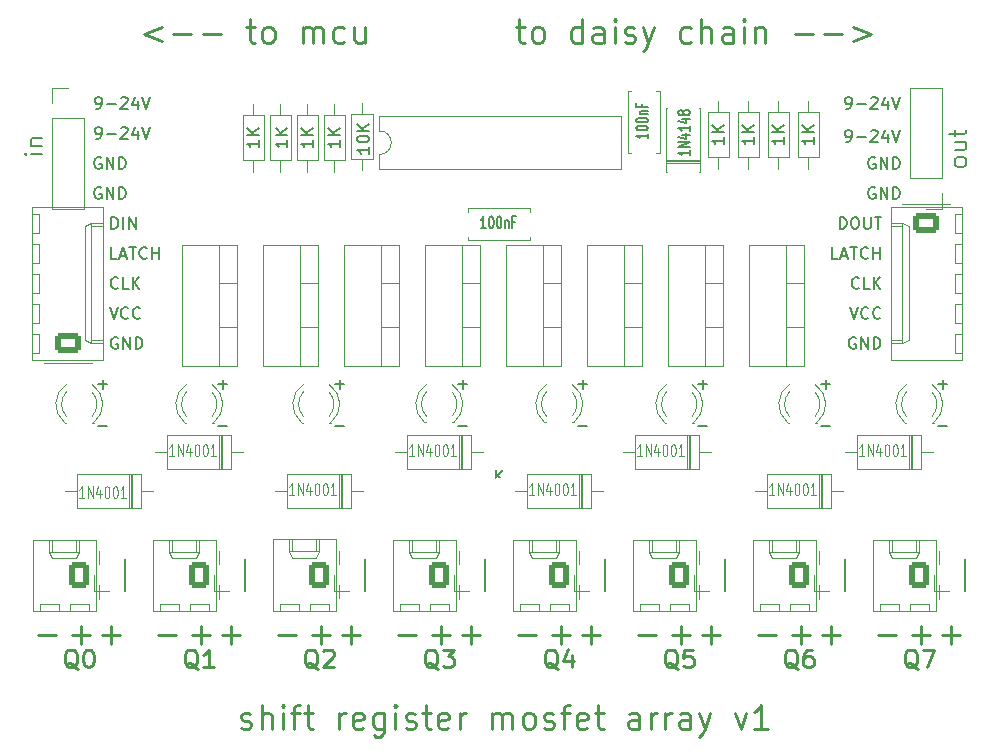
<source format=gto>
G04 #@! TF.GenerationSoftware,KiCad,Pcbnew,7.0.1*
G04 #@! TF.CreationDate,2023-07-05T13:59:42-05:00*
G04 #@! TF.ProjectId,shift register mosfet array,73686966-7420-4726-9567-697374657220,rev?*
G04 #@! TF.SameCoordinates,Original*
G04 #@! TF.FileFunction,Legend,Top*
G04 #@! TF.FilePolarity,Positive*
%FSLAX46Y46*%
G04 Gerber Fmt 4.6, Leading zero omitted, Abs format (unit mm)*
G04 Created by KiCad (PCBNEW 7.0.1) date 2023-07-05 13:59:42*
%MOMM*%
%LPD*%
G01*
G04 APERTURE LIST*
G04 Aperture macros list*
%AMRoundRect*
0 Rectangle with rounded corners*
0 $1 Rounding radius*
0 $2 $3 $4 $5 $6 $7 $8 $9 X,Y pos of 4 corners*
0 Add a 4 corners polygon primitive as box body*
4,1,4,$2,$3,$4,$5,$6,$7,$8,$9,$2,$3,0*
0 Add four circle primitives for the rounded corners*
1,1,$1+$1,$2,$3*
1,1,$1+$1,$4,$5*
1,1,$1+$1,$6,$7*
1,1,$1+$1,$8,$9*
0 Add four rect primitives between the rounded corners*
20,1,$1+$1,$2,$3,$4,$5,0*
20,1,$1+$1,$4,$5,$6,$7,0*
20,1,$1+$1,$6,$7,$8,$9,0*
20,1,$1+$1,$8,$9,$2,$3,0*%
G04 Aperture macros list end*
%ADD10C,0.250000*%
%ADD11C,0.150000*%
%ADD12C,0.100000*%
%ADD13C,0.187500*%
%ADD14C,0.120000*%
%ADD15R,2.000000X1.905000*%
%ADD16O,2.000000X1.905000*%
%ADD17R,1.700000X1.700000*%
%ADD18RoundRect,0.250000X0.845000X-0.620000X0.845000X0.620000X-0.845000X0.620000X-0.845000X-0.620000X0*%
%ADD19O,2.190000X1.740000*%
%ADD20R,2.200000X2.200000*%
%ADD21O,2.200000X2.200000*%
%ADD22RoundRect,0.250000X-0.845000X0.620000X-0.845000X-0.620000X0.845000X-0.620000X0.845000X0.620000X0*%
%ADD23C,1.400000*%
%ADD24O,1.400000X1.400000*%
%ADD25R,1.800000X1.800000*%
%ADD26C,1.800000*%
%ADD27C,3.200000*%
%ADD28O,1.700000X1.700000*%
%ADD29RoundRect,0.250000X0.620000X0.845000X-0.620000X0.845000X-0.620000X-0.845000X0.620000X-0.845000X0*%
%ADD30O,1.740000X2.190000*%
%ADD31C,1.600000*%
%ADD32R,1.600000X2.400000*%
%ADD33O,1.600000X2.400000*%
G04 APERTURE END LIST*
D10*
X155892476Y-60538904D02*
X156654380Y-60538904D01*
X156178190Y-59872238D02*
X156178190Y-61586523D01*
X156178190Y-61586523D02*
X156273428Y-61777000D01*
X156273428Y-61777000D02*
X156463904Y-61872238D01*
X156463904Y-61872238D02*
X156654380Y-61872238D01*
X157606761Y-61872238D02*
X157416285Y-61777000D01*
X157416285Y-61777000D02*
X157321047Y-61681761D01*
X157321047Y-61681761D02*
X157225809Y-61491285D01*
X157225809Y-61491285D02*
X157225809Y-60919857D01*
X157225809Y-60919857D02*
X157321047Y-60729380D01*
X157321047Y-60729380D02*
X157416285Y-60634142D01*
X157416285Y-60634142D02*
X157606761Y-60538904D01*
X157606761Y-60538904D02*
X157892476Y-60538904D01*
X157892476Y-60538904D02*
X158082952Y-60634142D01*
X158082952Y-60634142D02*
X158178190Y-60729380D01*
X158178190Y-60729380D02*
X158273428Y-60919857D01*
X158273428Y-60919857D02*
X158273428Y-61491285D01*
X158273428Y-61491285D02*
X158178190Y-61681761D01*
X158178190Y-61681761D02*
X158082952Y-61777000D01*
X158082952Y-61777000D02*
X157892476Y-61872238D01*
X157892476Y-61872238D02*
X157606761Y-61872238D01*
X161511524Y-61872238D02*
X161511524Y-59872238D01*
X161511524Y-61777000D02*
X161321048Y-61872238D01*
X161321048Y-61872238D02*
X160940095Y-61872238D01*
X160940095Y-61872238D02*
X160749619Y-61777000D01*
X160749619Y-61777000D02*
X160654381Y-61681761D01*
X160654381Y-61681761D02*
X160559143Y-61491285D01*
X160559143Y-61491285D02*
X160559143Y-60919857D01*
X160559143Y-60919857D02*
X160654381Y-60729380D01*
X160654381Y-60729380D02*
X160749619Y-60634142D01*
X160749619Y-60634142D02*
X160940095Y-60538904D01*
X160940095Y-60538904D02*
X161321048Y-60538904D01*
X161321048Y-60538904D02*
X161511524Y-60634142D01*
X163321048Y-61872238D02*
X163321048Y-60824619D01*
X163321048Y-60824619D02*
X163225810Y-60634142D01*
X163225810Y-60634142D02*
X163035334Y-60538904D01*
X163035334Y-60538904D02*
X162654381Y-60538904D01*
X162654381Y-60538904D02*
X162463905Y-60634142D01*
X163321048Y-61777000D02*
X163130572Y-61872238D01*
X163130572Y-61872238D02*
X162654381Y-61872238D01*
X162654381Y-61872238D02*
X162463905Y-61777000D01*
X162463905Y-61777000D02*
X162368667Y-61586523D01*
X162368667Y-61586523D02*
X162368667Y-61396047D01*
X162368667Y-61396047D02*
X162463905Y-61205571D01*
X162463905Y-61205571D02*
X162654381Y-61110333D01*
X162654381Y-61110333D02*
X163130572Y-61110333D01*
X163130572Y-61110333D02*
X163321048Y-61015095D01*
X164273429Y-61872238D02*
X164273429Y-60538904D01*
X164273429Y-59872238D02*
X164178191Y-59967476D01*
X164178191Y-59967476D02*
X164273429Y-60062714D01*
X164273429Y-60062714D02*
X164368667Y-59967476D01*
X164368667Y-59967476D02*
X164273429Y-59872238D01*
X164273429Y-59872238D02*
X164273429Y-60062714D01*
X165130572Y-61777000D02*
X165321048Y-61872238D01*
X165321048Y-61872238D02*
X165702000Y-61872238D01*
X165702000Y-61872238D02*
X165892477Y-61777000D01*
X165892477Y-61777000D02*
X165987715Y-61586523D01*
X165987715Y-61586523D02*
X165987715Y-61491285D01*
X165987715Y-61491285D02*
X165892477Y-61300809D01*
X165892477Y-61300809D02*
X165702000Y-61205571D01*
X165702000Y-61205571D02*
X165416286Y-61205571D01*
X165416286Y-61205571D02*
X165225810Y-61110333D01*
X165225810Y-61110333D02*
X165130572Y-60919857D01*
X165130572Y-60919857D02*
X165130572Y-60824619D01*
X165130572Y-60824619D02*
X165225810Y-60634142D01*
X165225810Y-60634142D02*
X165416286Y-60538904D01*
X165416286Y-60538904D02*
X165702000Y-60538904D01*
X165702000Y-60538904D02*
X165892477Y-60634142D01*
X166654382Y-60538904D02*
X167130572Y-61872238D01*
X167606763Y-60538904D02*
X167130572Y-61872238D01*
X167130572Y-61872238D02*
X166940096Y-62348428D01*
X166940096Y-62348428D02*
X166844858Y-62443666D01*
X166844858Y-62443666D02*
X166654382Y-62538904D01*
X170749621Y-61777000D02*
X170559145Y-61872238D01*
X170559145Y-61872238D02*
X170178192Y-61872238D01*
X170178192Y-61872238D02*
X169987716Y-61777000D01*
X169987716Y-61777000D02*
X169892478Y-61681761D01*
X169892478Y-61681761D02*
X169797240Y-61491285D01*
X169797240Y-61491285D02*
X169797240Y-60919857D01*
X169797240Y-60919857D02*
X169892478Y-60729380D01*
X169892478Y-60729380D02*
X169987716Y-60634142D01*
X169987716Y-60634142D02*
X170178192Y-60538904D01*
X170178192Y-60538904D02*
X170559145Y-60538904D01*
X170559145Y-60538904D02*
X170749621Y-60634142D01*
X171606764Y-61872238D02*
X171606764Y-59872238D01*
X172463907Y-61872238D02*
X172463907Y-60824619D01*
X172463907Y-60824619D02*
X172368669Y-60634142D01*
X172368669Y-60634142D02*
X172178193Y-60538904D01*
X172178193Y-60538904D02*
X171892478Y-60538904D01*
X171892478Y-60538904D02*
X171702002Y-60634142D01*
X171702002Y-60634142D02*
X171606764Y-60729380D01*
X174273431Y-61872238D02*
X174273431Y-60824619D01*
X174273431Y-60824619D02*
X174178193Y-60634142D01*
X174178193Y-60634142D02*
X173987717Y-60538904D01*
X173987717Y-60538904D02*
X173606764Y-60538904D01*
X173606764Y-60538904D02*
X173416288Y-60634142D01*
X174273431Y-61777000D02*
X174082955Y-61872238D01*
X174082955Y-61872238D02*
X173606764Y-61872238D01*
X173606764Y-61872238D02*
X173416288Y-61777000D01*
X173416288Y-61777000D02*
X173321050Y-61586523D01*
X173321050Y-61586523D02*
X173321050Y-61396047D01*
X173321050Y-61396047D02*
X173416288Y-61205571D01*
X173416288Y-61205571D02*
X173606764Y-61110333D01*
X173606764Y-61110333D02*
X174082955Y-61110333D01*
X174082955Y-61110333D02*
X174273431Y-61015095D01*
X175225812Y-61872238D02*
X175225812Y-60538904D01*
X175225812Y-59872238D02*
X175130574Y-59967476D01*
X175130574Y-59967476D02*
X175225812Y-60062714D01*
X175225812Y-60062714D02*
X175321050Y-59967476D01*
X175321050Y-59967476D02*
X175225812Y-59872238D01*
X175225812Y-59872238D02*
X175225812Y-60062714D01*
X176178193Y-60538904D02*
X176178193Y-61872238D01*
X176178193Y-60729380D02*
X176273431Y-60634142D01*
X176273431Y-60634142D02*
X176463907Y-60538904D01*
X176463907Y-60538904D02*
X176749622Y-60538904D01*
X176749622Y-60538904D02*
X176940098Y-60634142D01*
X176940098Y-60634142D02*
X177035336Y-60824619D01*
X177035336Y-60824619D02*
X177035336Y-61872238D01*
X179511527Y-61110333D02*
X181035337Y-61110333D01*
X181987717Y-61110333D02*
X183511527Y-61110333D01*
X184463907Y-60538904D02*
X185987717Y-61110333D01*
X185987717Y-61110333D02*
X184463907Y-61681761D01*
D11*
X151003048Y-94315666D02*
X151764953Y-94315666D01*
X181737048Y-94315666D02*
X182498953Y-94315666D01*
X130683048Y-90759666D02*
X131444953Y-90759666D01*
X131064000Y-91140619D02*
X131064000Y-90378714D01*
X120358524Y-67468619D02*
X120549000Y-67468619D01*
X120549000Y-67468619D02*
X120644238Y-67421000D01*
X120644238Y-67421000D02*
X120691857Y-67373380D01*
X120691857Y-67373380D02*
X120787095Y-67230523D01*
X120787095Y-67230523D02*
X120834714Y-67040047D01*
X120834714Y-67040047D02*
X120834714Y-66659095D01*
X120834714Y-66659095D02*
X120787095Y-66563857D01*
X120787095Y-66563857D02*
X120739476Y-66516238D01*
X120739476Y-66516238D02*
X120644238Y-66468619D01*
X120644238Y-66468619D02*
X120453762Y-66468619D01*
X120453762Y-66468619D02*
X120358524Y-66516238D01*
X120358524Y-66516238D02*
X120310905Y-66563857D01*
X120310905Y-66563857D02*
X120263286Y-66659095D01*
X120263286Y-66659095D02*
X120263286Y-66897190D01*
X120263286Y-66897190D02*
X120310905Y-66992428D01*
X120310905Y-66992428D02*
X120358524Y-67040047D01*
X120358524Y-67040047D02*
X120453762Y-67087666D01*
X120453762Y-67087666D02*
X120644238Y-67087666D01*
X120644238Y-67087666D02*
X120739476Y-67040047D01*
X120739476Y-67040047D02*
X120787095Y-66992428D01*
X120787095Y-66992428D02*
X120834714Y-66897190D01*
X121263286Y-67087666D02*
X122025191Y-67087666D01*
X122453762Y-66563857D02*
X122501381Y-66516238D01*
X122501381Y-66516238D02*
X122596619Y-66468619D01*
X122596619Y-66468619D02*
X122834714Y-66468619D01*
X122834714Y-66468619D02*
X122929952Y-66516238D01*
X122929952Y-66516238D02*
X122977571Y-66563857D01*
X122977571Y-66563857D02*
X123025190Y-66659095D01*
X123025190Y-66659095D02*
X123025190Y-66754333D01*
X123025190Y-66754333D02*
X122977571Y-66897190D01*
X122977571Y-66897190D02*
X122406143Y-67468619D01*
X122406143Y-67468619D02*
X123025190Y-67468619D01*
X123882333Y-66801952D02*
X123882333Y-67468619D01*
X123644238Y-66421000D02*
X123406143Y-67135285D01*
X123406143Y-67135285D02*
X124025190Y-67135285D01*
X124263286Y-66468619D02*
X124596619Y-67468619D01*
X124596619Y-67468619D02*
X124929952Y-66468619D01*
X120523048Y-94315666D02*
X121284953Y-94315666D01*
D12*
X126970428Y-96869619D02*
X126556143Y-96869619D01*
X126763286Y-96869619D02*
X126763286Y-95869619D01*
X126763286Y-95869619D02*
X126694238Y-96012476D01*
X126694238Y-96012476D02*
X126625190Y-96107714D01*
X126625190Y-96107714D02*
X126556143Y-96155333D01*
X127281143Y-96869619D02*
X127281143Y-95869619D01*
X127281143Y-95869619D02*
X127695428Y-96869619D01*
X127695428Y-96869619D02*
X127695428Y-95869619D01*
X128351381Y-96202952D02*
X128351381Y-96869619D01*
X128178762Y-95822000D02*
X128006143Y-96536285D01*
X128006143Y-96536285D02*
X128454952Y-96536285D01*
X128869238Y-95869619D02*
X128938285Y-95869619D01*
X128938285Y-95869619D02*
X129007333Y-95917238D01*
X129007333Y-95917238D02*
X129041857Y-95964857D01*
X129041857Y-95964857D02*
X129076381Y-96060095D01*
X129076381Y-96060095D02*
X129110904Y-96250571D01*
X129110904Y-96250571D02*
X129110904Y-96488666D01*
X129110904Y-96488666D02*
X129076381Y-96679142D01*
X129076381Y-96679142D02*
X129041857Y-96774380D01*
X129041857Y-96774380D02*
X129007333Y-96822000D01*
X129007333Y-96822000D02*
X128938285Y-96869619D01*
X128938285Y-96869619D02*
X128869238Y-96869619D01*
X128869238Y-96869619D02*
X128800190Y-96822000D01*
X128800190Y-96822000D02*
X128765666Y-96774380D01*
X128765666Y-96774380D02*
X128731143Y-96679142D01*
X128731143Y-96679142D02*
X128696619Y-96488666D01*
X128696619Y-96488666D02*
X128696619Y-96250571D01*
X128696619Y-96250571D02*
X128731143Y-96060095D01*
X128731143Y-96060095D02*
X128765666Y-95964857D01*
X128765666Y-95964857D02*
X128800190Y-95917238D01*
X128800190Y-95917238D02*
X128869238Y-95869619D01*
X129559714Y-95869619D02*
X129628761Y-95869619D01*
X129628761Y-95869619D02*
X129697809Y-95917238D01*
X129697809Y-95917238D02*
X129732333Y-95964857D01*
X129732333Y-95964857D02*
X129766857Y-96060095D01*
X129766857Y-96060095D02*
X129801380Y-96250571D01*
X129801380Y-96250571D02*
X129801380Y-96488666D01*
X129801380Y-96488666D02*
X129766857Y-96679142D01*
X129766857Y-96679142D02*
X129732333Y-96774380D01*
X129732333Y-96774380D02*
X129697809Y-96822000D01*
X129697809Y-96822000D02*
X129628761Y-96869619D01*
X129628761Y-96869619D02*
X129559714Y-96869619D01*
X129559714Y-96869619D02*
X129490666Y-96822000D01*
X129490666Y-96822000D02*
X129456142Y-96774380D01*
X129456142Y-96774380D02*
X129421619Y-96679142D01*
X129421619Y-96679142D02*
X129387095Y-96488666D01*
X129387095Y-96488666D02*
X129387095Y-96250571D01*
X129387095Y-96250571D02*
X129421619Y-96060095D01*
X129421619Y-96060095D02*
X129456142Y-95964857D01*
X129456142Y-95964857D02*
X129490666Y-95917238D01*
X129490666Y-95917238D02*
X129559714Y-95869619D01*
X130491856Y-96869619D02*
X130077571Y-96869619D01*
X130284714Y-96869619D02*
X130284714Y-95869619D01*
X130284714Y-95869619D02*
X130215666Y-96012476D01*
X130215666Y-96012476D02*
X130146618Y-96107714D01*
X130146618Y-96107714D02*
X130077571Y-96155333D01*
D11*
X183858524Y-67468619D02*
X184049000Y-67468619D01*
X184049000Y-67468619D02*
X184144238Y-67421000D01*
X184144238Y-67421000D02*
X184191857Y-67373380D01*
X184191857Y-67373380D02*
X184287095Y-67230523D01*
X184287095Y-67230523D02*
X184334714Y-67040047D01*
X184334714Y-67040047D02*
X184334714Y-66659095D01*
X184334714Y-66659095D02*
X184287095Y-66563857D01*
X184287095Y-66563857D02*
X184239476Y-66516238D01*
X184239476Y-66516238D02*
X184144238Y-66468619D01*
X184144238Y-66468619D02*
X183953762Y-66468619D01*
X183953762Y-66468619D02*
X183858524Y-66516238D01*
X183858524Y-66516238D02*
X183810905Y-66563857D01*
X183810905Y-66563857D02*
X183763286Y-66659095D01*
X183763286Y-66659095D02*
X183763286Y-66897190D01*
X183763286Y-66897190D02*
X183810905Y-66992428D01*
X183810905Y-66992428D02*
X183858524Y-67040047D01*
X183858524Y-67040047D02*
X183953762Y-67087666D01*
X183953762Y-67087666D02*
X184144238Y-67087666D01*
X184144238Y-67087666D02*
X184239476Y-67040047D01*
X184239476Y-67040047D02*
X184287095Y-66992428D01*
X184287095Y-66992428D02*
X184334714Y-66897190D01*
X184763286Y-67087666D02*
X185525191Y-67087666D01*
X185953762Y-66563857D02*
X186001381Y-66516238D01*
X186001381Y-66516238D02*
X186096619Y-66468619D01*
X186096619Y-66468619D02*
X186334714Y-66468619D01*
X186334714Y-66468619D02*
X186429952Y-66516238D01*
X186429952Y-66516238D02*
X186477571Y-66563857D01*
X186477571Y-66563857D02*
X186525190Y-66659095D01*
X186525190Y-66659095D02*
X186525190Y-66754333D01*
X186525190Y-66754333D02*
X186477571Y-66897190D01*
X186477571Y-66897190D02*
X185906143Y-67468619D01*
X185906143Y-67468619D02*
X186525190Y-67468619D01*
X187382333Y-66801952D02*
X187382333Y-67468619D01*
X187144238Y-66421000D02*
X186906143Y-67135285D01*
X186906143Y-67135285D02*
X187525190Y-67135285D01*
X187763286Y-66468619D02*
X188096619Y-67468619D01*
X188096619Y-67468619D02*
X188429952Y-66468619D01*
D10*
X131796333Y-112775904D02*
X131796333Y-111252095D01*
X132558238Y-112013999D02*
X131034428Y-112013999D01*
X118790142Y-114882785D02*
X118647285Y-114811357D01*
X118647285Y-114811357D02*
X118504428Y-114668500D01*
X118504428Y-114668500D02*
X118290142Y-114454214D01*
X118290142Y-114454214D02*
X118147285Y-114382785D01*
X118147285Y-114382785D02*
X118004428Y-114382785D01*
X118075857Y-114739928D02*
X117933000Y-114668500D01*
X117933000Y-114668500D02*
X117790142Y-114525642D01*
X117790142Y-114525642D02*
X117718714Y-114239928D01*
X117718714Y-114239928D02*
X117718714Y-113739928D01*
X117718714Y-113739928D02*
X117790142Y-113454214D01*
X117790142Y-113454214D02*
X117933000Y-113311357D01*
X117933000Y-113311357D02*
X118075857Y-113239928D01*
X118075857Y-113239928D02*
X118361571Y-113239928D01*
X118361571Y-113239928D02*
X118504428Y-113311357D01*
X118504428Y-113311357D02*
X118647285Y-113454214D01*
X118647285Y-113454214D02*
X118718714Y-113739928D01*
X118718714Y-113739928D02*
X118718714Y-114239928D01*
X118718714Y-114239928D02*
X118647285Y-114525642D01*
X118647285Y-114525642D02*
X118504428Y-114668500D01*
X118504428Y-114668500D02*
X118361571Y-114739928D01*
X118361571Y-114739928D02*
X118075857Y-114739928D01*
X119647286Y-113239928D02*
X119790143Y-113239928D01*
X119790143Y-113239928D02*
X119933000Y-113311357D01*
X119933000Y-113311357D02*
X120004429Y-113382785D01*
X120004429Y-113382785D02*
X120075857Y-113525642D01*
X120075857Y-113525642D02*
X120147286Y-113811357D01*
X120147286Y-113811357D02*
X120147286Y-114168500D01*
X120147286Y-114168500D02*
X120075857Y-114454214D01*
X120075857Y-114454214D02*
X120004429Y-114597071D01*
X120004429Y-114597071D02*
X119933000Y-114668500D01*
X119933000Y-114668500D02*
X119790143Y-114739928D01*
X119790143Y-114739928D02*
X119647286Y-114739928D01*
X119647286Y-114739928D02*
X119504429Y-114668500D01*
X119504429Y-114668500D02*
X119433000Y-114597071D01*
X119433000Y-114597071D02*
X119361571Y-114454214D01*
X119361571Y-114454214D02*
X119290143Y-114168500D01*
X119290143Y-114168500D02*
X119290143Y-113811357D01*
X119290143Y-113811357D02*
X119361571Y-113525642D01*
X119361571Y-113525642D02*
X119433000Y-113382785D01*
X119433000Y-113382785D02*
X119504429Y-113311357D01*
X119504429Y-113311357D02*
X119647286Y-113239928D01*
D11*
X151003048Y-90759666D02*
X151764953Y-90759666D01*
X151384000Y-91140619D02*
X151384000Y-90378714D01*
D10*
X159430142Y-114882785D02*
X159287285Y-114811357D01*
X159287285Y-114811357D02*
X159144428Y-114668500D01*
X159144428Y-114668500D02*
X158930142Y-114454214D01*
X158930142Y-114454214D02*
X158787285Y-114382785D01*
X158787285Y-114382785D02*
X158644428Y-114382785D01*
X158715857Y-114739928D02*
X158573000Y-114668500D01*
X158573000Y-114668500D02*
X158430142Y-114525642D01*
X158430142Y-114525642D02*
X158358714Y-114239928D01*
X158358714Y-114239928D02*
X158358714Y-113739928D01*
X158358714Y-113739928D02*
X158430142Y-113454214D01*
X158430142Y-113454214D02*
X158573000Y-113311357D01*
X158573000Y-113311357D02*
X158715857Y-113239928D01*
X158715857Y-113239928D02*
X159001571Y-113239928D01*
X159001571Y-113239928D02*
X159144428Y-113311357D01*
X159144428Y-113311357D02*
X159287285Y-113454214D01*
X159287285Y-113454214D02*
X159358714Y-113739928D01*
X159358714Y-113739928D02*
X159358714Y-114239928D01*
X159358714Y-114239928D02*
X159287285Y-114525642D01*
X159287285Y-114525642D02*
X159144428Y-114668500D01*
X159144428Y-114668500D02*
X159001571Y-114739928D01*
X159001571Y-114739928D02*
X158715857Y-114739928D01*
X160644429Y-113739928D02*
X160644429Y-114739928D01*
X160287286Y-113168500D02*
X159930143Y-114239928D01*
X159930143Y-114239928D02*
X160858714Y-114239928D01*
X121636333Y-112775904D02*
X121636333Y-111252095D01*
X122398238Y-112013999D02*
X120874428Y-112013999D01*
X179750142Y-114882785D02*
X179607285Y-114811357D01*
X179607285Y-114811357D02*
X179464428Y-114668500D01*
X179464428Y-114668500D02*
X179250142Y-114454214D01*
X179250142Y-114454214D02*
X179107285Y-114382785D01*
X179107285Y-114382785D02*
X178964428Y-114382785D01*
X179035857Y-114739928D02*
X178893000Y-114668500D01*
X178893000Y-114668500D02*
X178750142Y-114525642D01*
X178750142Y-114525642D02*
X178678714Y-114239928D01*
X178678714Y-114239928D02*
X178678714Y-113739928D01*
X178678714Y-113739928D02*
X178750142Y-113454214D01*
X178750142Y-113454214D02*
X178893000Y-113311357D01*
X178893000Y-113311357D02*
X179035857Y-113239928D01*
X179035857Y-113239928D02*
X179321571Y-113239928D01*
X179321571Y-113239928D02*
X179464428Y-113311357D01*
X179464428Y-113311357D02*
X179607285Y-113454214D01*
X179607285Y-113454214D02*
X179678714Y-113739928D01*
X179678714Y-113739928D02*
X179678714Y-114239928D01*
X179678714Y-114239928D02*
X179607285Y-114525642D01*
X179607285Y-114525642D02*
X179464428Y-114668500D01*
X179464428Y-114668500D02*
X179321571Y-114739928D01*
X179321571Y-114739928D02*
X179035857Y-114739928D01*
X180964429Y-113239928D02*
X180678714Y-113239928D01*
X180678714Y-113239928D02*
X180535857Y-113311357D01*
X180535857Y-113311357D02*
X180464429Y-113382785D01*
X180464429Y-113382785D02*
X180321571Y-113597071D01*
X180321571Y-113597071D02*
X180250143Y-113882785D01*
X180250143Y-113882785D02*
X180250143Y-114454214D01*
X180250143Y-114454214D02*
X180321571Y-114597071D01*
X180321571Y-114597071D02*
X180393000Y-114668500D01*
X180393000Y-114668500D02*
X180535857Y-114739928D01*
X180535857Y-114739928D02*
X180821571Y-114739928D01*
X180821571Y-114739928D02*
X180964429Y-114668500D01*
X180964429Y-114668500D02*
X181035857Y-114597071D01*
X181035857Y-114597071D02*
X181107286Y-114454214D01*
X181107286Y-114454214D02*
X181107286Y-114097071D01*
X181107286Y-114097071D02*
X181035857Y-113954214D01*
X181035857Y-113954214D02*
X180964429Y-113882785D01*
X180964429Y-113882785D02*
X180821571Y-113811357D01*
X180821571Y-113811357D02*
X180535857Y-113811357D01*
X180535857Y-113811357D02*
X180393000Y-113882785D01*
X180393000Y-113882785D02*
X180321571Y-113954214D01*
X180321571Y-113954214D02*
X180250143Y-114097071D01*
D11*
X143464619Y-70681476D02*
X143464619Y-71252904D01*
X143464619Y-70967190D02*
X142464619Y-70967190D01*
X142464619Y-70967190D02*
X142607476Y-71062428D01*
X142607476Y-71062428D02*
X142702714Y-71157666D01*
X142702714Y-71157666D02*
X142750333Y-71252904D01*
X142464619Y-70062428D02*
X142464619Y-69967190D01*
X142464619Y-69967190D02*
X142512238Y-69871952D01*
X142512238Y-69871952D02*
X142559857Y-69824333D01*
X142559857Y-69824333D02*
X142655095Y-69776714D01*
X142655095Y-69776714D02*
X142845571Y-69729095D01*
X142845571Y-69729095D02*
X143083666Y-69729095D01*
X143083666Y-69729095D02*
X143274142Y-69776714D01*
X143274142Y-69776714D02*
X143369380Y-69824333D01*
X143369380Y-69824333D02*
X143417000Y-69871952D01*
X143417000Y-69871952D02*
X143464619Y-69967190D01*
X143464619Y-69967190D02*
X143464619Y-70062428D01*
X143464619Y-70062428D02*
X143417000Y-70157666D01*
X143417000Y-70157666D02*
X143369380Y-70205285D01*
X143369380Y-70205285D02*
X143274142Y-70252904D01*
X143274142Y-70252904D02*
X143083666Y-70300523D01*
X143083666Y-70300523D02*
X142845571Y-70300523D01*
X142845571Y-70300523D02*
X142655095Y-70252904D01*
X142655095Y-70252904D02*
X142559857Y-70205285D01*
X142559857Y-70205285D02*
X142512238Y-70157666D01*
X142512238Y-70157666D02*
X142464619Y-70062428D01*
X143464619Y-69300523D02*
X142464619Y-69300523D01*
X143464619Y-68729095D02*
X142893190Y-69157666D01*
X142464619Y-68729095D02*
X143036047Y-69300523D01*
X120771095Y-74136238D02*
X120675857Y-74088619D01*
X120675857Y-74088619D02*
X120533000Y-74088619D01*
X120533000Y-74088619D02*
X120390143Y-74136238D01*
X120390143Y-74136238D02*
X120294905Y-74231476D01*
X120294905Y-74231476D02*
X120247286Y-74326714D01*
X120247286Y-74326714D02*
X120199667Y-74517190D01*
X120199667Y-74517190D02*
X120199667Y-74660047D01*
X120199667Y-74660047D02*
X120247286Y-74850523D01*
X120247286Y-74850523D02*
X120294905Y-74945761D01*
X120294905Y-74945761D02*
X120390143Y-75041000D01*
X120390143Y-75041000D02*
X120533000Y-75088619D01*
X120533000Y-75088619D02*
X120628238Y-75088619D01*
X120628238Y-75088619D02*
X120771095Y-75041000D01*
X120771095Y-75041000D02*
X120818714Y-74993380D01*
X120818714Y-74993380D02*
X120818714Y-74660047D01*
X120818714Y-74660047D02*
X120628238Y-74660047D01*
X121247286Y-75088619D02*
X121247286Y-74088619D01*
X121247286Y-74088619D02*
X121818714Y-75088619D01*
X121818714Y-75088619D02*
X121818714Y-74088619D01*
X122294905Y-75088619D02*
X122294905Y-74088619D01*
X122294905Y-74088619D02*
X122533000Y-74088619D01*
X122533000Y-74088619D02*
X122675857Y-74136238D01*
X122675857Y-74136238D02*
X122771095Y-74231476D01*
X122771095Y-74231476D02*
X122818714Y-74326714D01*
X122818714Y-74326714D02*
X122866333Y-74517190D01*
X122866333Y-74517190D02*
X122866333Y-74660047D01*
X122866333Y-74660047D02*
X122818714Y-74850523D01*
X122818714Y-74850523D02*
X122771095Y-74945761D01*
X122771095Y-74945761D02*
X122675857Y-75041000D01*
X122675857Y-75041000D02*
X122533000Y-75088619D01*
X122533000Y-75088619D02*
X122294905Y-75088619D01*
X181737048Y-90759666D02*
X182498953Y-90759666D01*
X182118000Y-91140619D02*
X182118000Y-90378714D01*
X134142619Y-70115285D02*
X134142619Y-70686713D01*
X134142619Y-70400999D02*
X133142619Y-70400999D01*
X133142619Y-70400999D02*
X133285476Y-70496237D01*
X133285476Y-70496237D02*
X133380714Y-70591475D01*
X133380714Y-70591475D02*
X133428333Y-70686713D01*
X134142619Y-69686713D02*
X133142619Y-69686713D01*
X134142619Y-69115285D02*
X133571190Y-69543856D01*
X133142619Y-69115285D02*
X133714047Y-69686713D01*
X186303095Y-74136238D02*
X186207857Y-74088619D01*
X186207857Y-74088619D02*
X186065000Y-74088619D01*
X186065000Y-74088619D02*
X185922143Y-74136238D01*
X185922143Y-74136238D02*
X185826905Y-74231476D01*
X185826905Y-74231476D02*
X185779286Y-74326714D01*
X185779286Y-74326714D02*
X185731667Y-74517190D01*
X185731667Y-74517190D02*
X185731667Y-74660047D01*
X185731667Y-74660047D02*
X185779286Y-74850523D01*
X185779286Y-74850523D02*
X185826905Y-74945761D01*
X185826905Y-74945761D02*
X185922143Y-75041000D01*
X185922143Y-75041000D02*
X186065000Y-75088619D01*
X186065000Y-75088619D02*
X186160238Y-75088619D01*
X186160238Y-75088619D02*
X186303095Y-75041000D01*
X186303095Y-75041000D02*
X186350714Y-74993380D01*
X186350714Y-74993380D02*
X186350714Y-74660047D01*
X186350714Y-74660047D02*
X186160238Y-74660047D01*
X186779286Y-75088619D02*
X186779286Y-74088619D01*
X186779286Y-74088619D02*
X187350714Y-75088619D01*
X187350714Y-75088619D02*
X187350714Y-74088619D01*
X187826905Y-75088619D02*
X187826905Y-74088619D01*
X187826905Y-74088619D02*
X188065000Y-74088619D01*
X188065000Y-74088619D02*
X188207857Y-74136238D01*
X188207857Y-74136238D02*
X188303095Y-74231476D01*
X188303095Y-74231476D02*
X188350714Y-74326714D01*
X188350714Y-74326714D02*
X188398333Y-74517190D01*
X188398333Y-74517190D02*
X188398333Y-74660047D01*
X188398333Y-74660047D02*
X188350714Y-74850523D01*
X188350714Y-74850523D02*
X188303095Y-74945761D01*
X188303095Y-74945761D02*
X188207857Y-75041000D01*
X188207857Y-75041000D02*
X188065000Y-75088619D01*
X188065000Y-75088619D02*
X187826905Y-75088619D01*
X120523048Y-90759666D02*
X121284953Y-90759666D01*
X120904000Y-91140619D02*
X120904000Y-90378714D01*
D10*
X125952000Y-60538904D02*
X124428190Y-61110333D01*
X124428190Y-61110333D02*
X125952000Y-61681761D01*
X126904380Y-61110333D02*
X128428190Y-61110333D01*
X129380570Y-61110333D02*
X130904380Y-61110333D01*
X133094856Y-60538904D02*
X133856760Y-60538904D01*
X133380570Y-59872238D02*
X133380570Y-61586523D01*
X133380570Y-61586523D02*
X133475808Y-61777000D01*
X133475808Y-61777000D02*
X133666284Y-61872238D01*
X133666284Y-61872238D02*
X133856760Y-61872238D01*
X134809141Y-61872238D02*
X134618665Y-61777000D01*
X134618665Y-61777000D02*
X134523427Y-61681761D01*
X134523427Y-61681761D02*
X134428189Y-61491285D01*
X134428189Y-61491285D02*
X134428189Y-60919857D01*
X134428189Y-60919857D02*
X134523427Y-60729380D01*
X134523427Y-60729380D02*
X134618665Y-60634142D01*
X134618665Y-60634142D02*
X134809141Y-60538904D01*
X134809141Y-60538904D02*
X135094856Y-60538904D01*
X135094856Y-60538904D02*
X135285332Y-60634142D01*
X135285332Y-60634142D02*
X135380570Y-60729380D01*
X135380570Y-60729380D02*
X135475808Y-60919857D01*
X135475808Y-60919857D02*
X135475808Y-61491285D01*
X135475808Y-61491285D02*
X135380570Y-61681761D01*
X135380570Y-61681761D02*
X135285332Y-61777000D01*
X135285332Y-61777000D02*
X135094856Y-61872238D01*
X135094856Y-61872238D02*
X134809141Y-61872238D01*
X137856761Y-61872238D02*
X137856761Y-60538904D01*
X137856761Y-60729380D02*
X137951999Y-60634142D01*
X137951999Y-60634142D02*
X138142475Y-60538904D01*
X138142475Y-60538904D02*
X138428190Y-60538904D01*
X138428190Y-60538904D02*
X138618666Y-60634142D01*
X138618666Y-60634142D02*
X138713904Y-60824619D01*
X138713904Y-60824619D02*
X138713904Y-61872238D01*
X138713904Y-60824619D02*
X138809142Y-60634142D01*
X138809142Y-60634142D02*
X138999618Y-60538904D01*
X138999618Y-60538904D02*
X139285332Y-60538904D01*
X139285332Y-60538904D02*
X139475809Y-60634142D01*
X139475809Y-60634142D02*
X139571047Y-60824619D01*
X139571047Y-60824619D02*
X139571047Y-61872238D01*
X141380571Y-61777000D02*
X141190095Y-61872238D01*
X141190095Y-61872238D02*
X140809142Y-61872238D01*
X140809142Y-61872238D02*
X140618666Y-61777000D01*
X140618666Y-61777000D02*
X140523428Y-61681761D01*
X140523428Y-61681761D02*
X140428190Y-61491285D01*
X140428190Y-61491285D02*
X140428190Y-60919857D01*
X140428190Y-60919857D02*
X140523428Y-60729380D01*
X140523428Y-60729380D02*
X140618666Y-60634142D01*
X140618666Y-60634142D02*
X140809142Y-60538904D01*
X140809142Y-60538904D02*
X141190095Y-60538904D01*
X141190095Y-60538904D02*
X141380571Y-60634142D01*
X143094857Y-60538904D02*
X143094857Y-61872238D01*
X142237714Y-60538904D02*
X142237714Y-61586523D01*
X142237714Y-61586523D02*
X142332952Y-61777000D01*
X142332952Y-61777000D02*
X142523428Y-61872238D01*
X142523428Y-61872238D02*
X142809143Y-61872238D01*
X142809143Y-61872238D02*
X142999619Y-61777000D01*
X142999619Y-61777000D02*
X143094857Y-61681761D01*
X139110142Y-114882785D02*
X138967285Y-114811357D01*
X138967285Y-114811357D02*
X138824428Y-114668500D01*
X138824428Y-114668500D02*
X138610142Y-114454214D01*
X138610142Y-114454214D02*
X138467285Y-114382785D01*
X138467285Y-114382785D02*
X138324428Y-114382785D01*
X138395857Y-114739928D02*
X138253000Y-114668500D01*
X138253000Y-114668500D02*
X138110142Y-114525642D01*
X138110142Y-114525642D02*
X138038714Y-114239928D01*
X138038714Y-114239928D02*
X138038714Y-113739928D01*
X138038714Y-113739928D02*
X138110142Y-113454214D01*
X138110142Y-113454214D02*
X138253000Y-113311357D01*
X138253000Y-113311357D02*
X138395857Y-113239928D01*
X138395857Y-113239928D02*
X138681571Y-113239928D01*
X138681571Y-113239928D02*
X138824428Y-113311357D01*
X138824428Y-113311357D02*
X138967285Y-113454214D01*
X138967285Y-113454214D02*
X139038714Y-113739928D01*
X139038714Y-113739928D02*
X139038714Y-114239928D01*
X139038714Y-114239928D02*
X138967285Y-114525642D01*
X138967285Y-114525642D02*
X138824428Y-114668500D01*
X138824428Y-114668500D02*
X138681571Y-114739928D01*
X138681571Y-114739928D02*
X138395857Y-114739928D01*
X139610143Y-113382785D02*
X139681571Y-113311357D01*
X139681571Y-113311357D02*
X139824429Y-113239928D01*
X139824429Y-113239928D02*
X140181571Y-113239928D01*
X140181571Y-113239928D02*
X140324429Y-113311357D01*
X140324429Y-113311357D02*
X140395857Y-113382785D01*
X140395857Y-113382785D02*
X140467286Y-113525642D01*
X140467286Y-113525642D02*
X140467286Y-113668500D01*
X140467286Y-113668500D02*
X140395857Y-113882785D01*
X140395857Y-113882785D02*
X139538714Y-114739928D01*
X139538714Y-114739928D02*
X140467286Y-114739928D01*
X162276333Y-112775904D02*
X162276333Y-111252095D01*
X163038238Y-112013999D02*
X161514428Y-112013999D01*
D11*
X183182094Y-80168619D02*
X182705904Y-80168619D01*
X182705904Y-80168619D02*
X182705904Y-79168619D01*
X183467809Y-79882904D02*
X183943999Y-79882904D01*
X183372571Y-80168619D02*
X183705904Y-79168619D01*
X183705904Y-79168619D02*
X184039237Y-80168619D01*
X184229714Y-79168619D02*
X184801142Y-79168619D01*
X184515428Y-80168619D02*
X184515428Y-79168619D01*
X185705904Y-80073380D02*
X185658285Y-80121000D01*
X185658285Y-80121000D02*
X185515428Y-80168619D01*
X185515428Y-80168619D02*
X185420190Y-80168619D01*
X185420190Y-80168619D02*
X185277333Y-80121000D01*
X185277333Y-80121000D02*
X185182095Y-80025761D01*
X185182095Y-80025761D02*
X185134476Y-79930523D01*
X185134476Y-79930523D02*
X185086857Y-79740047D01*
X185086857Y-79740047D02*
X185086857Y-79597190D01*
X185086857Y-79597190D02*
X185134476Y-79406714D01*
X185134476Y-79406714D02*
X185182095Y-79311476D01*
X185182095Y-79311476D02*
X185277333Y-79216238D01*
X185277333Y-79216238D02*
X185420190Y-79168619D01*
X185420190Y-79168619D02*
X185515428Y-79168619D01*
X185515428Y-79168619D02*
X185658285Y-79216238D01*
X185658285Y-79216238D02*
X185705904Y-79263857D01*
X186134476Y-80168619D02*
X186134476Y-79168619D01*
X186134476Y-79644809D02*
X186705904Y-79644809D01*
X186705904Y-80168619D02*
X186705904Y-79168619D01*
X167086619Y-69550333D02*
X167086619Y-69950333D01*
X167086619Y-69750333D02*
X166086619Y-69750333D01*
X166086619Y-69750333D02*
X166229476Y-69817000D01*
X166229476Y-69817000D02*
X166324714Y-69883667D01*
X166324714Y-69883667D02*
X166372333Y-69950333D01*
X166086619Y-69117000D02*
X166086619Y-69050333D01*
X166086619Y-69050333D02*
X166134238Y-68983666D01*
X166134238Y-68983666D02*
X166181857Y-68950333D01*
X166181857Y-68950333D02*
X166277095Y-68917000D01*
X166277095Y-68917000D02*
X166467571Y-68883666D01*
X166467571Y-68883666D02*
X166705666Y-68883666D01*
X166705666Y-68883666D02*
X166896142Y-68917000D01*
X166896142Y-68917000D02*
X166991380Y-68950333D01*
X166991380Y-68950333D02*
X167039000Y-68983666D01*
X167039000Y-68983666D02*
X167086619Y-69050333D01*
X167086619Y-69050333D02*
X167086619Y-69117000D01*
X167086619Y-69117000D02*
X167039000Y-69183666D01*
X167039000Y-69183666D02*
X166991380Y-69217000D01*
X166991380Y-69217000D02*
X166896142Y-69250333D01*
X166896142Y-69250333D02*
X166705666Y-69283666D01*
X166705666Y-69283666D02*
X166467571Y-69283666D01*
X166467571Y-69283666D02*
X166277095Y-69250333D01*
X166277095Y-69250333D02*
X166181857Y-69217000D01*
X166181857Y-69217000D02*
X166134238Y-69183666D01*
X166134238Y-69183666D02*
X166086619Y-69117000D01*
X166086619Y-68450333D02*
X166086619Y-68383666D01*
X166086619Y-68383666D02*
X166134238Y-68316999D01*
X166134238Y-68316999D02*
X166181857Y-68283666D01*
X166181857Y-68283666D02*
X166277095Y-68250333D01*
X166277095Y-68250333D02*
X166467571Y-68216999D01*
X166467571Y-68216999D02*
X166705666Y-68216999D01*
X166705666Y-68216999D02*
X166896142Y-68250333D01*
X166896142Y-68250333D02*
X166991380Y-68283666D01*
X166991380Y-68283666D02*
X167039000Y-68316999D01*
X167039000Y-68316999D02*
X167086619Y-68383666D01*
X167086619Y-68383666D02*
X167086619Y-68450333D01*
X167086619Y-68450333D02*
X167039000Y-68516999D01*
X167039000Y-68516999D02*
X166991380Y-68550333D01*
X166991380Y-68550333D02*
X166896142Y-68583666D01*
X166896142Y-68583666D02*
X166705666Y-68616999D01*
X166705666Y-68616999D02*
X166467571Y-68616999D01*
X166467571Y-68616999D02*
X166277095Y-68583666D01*
X166277095Y-68583666D02*
X166181857Y-68550333D01*
X166181857Y-68550333D02*
X166134238Y-68516999D01*
X166134238Y-68516999D02*
X166086619Y-68450333D01*
X166419952Y-67916999D02*
X167086619Y-67916999D01*
X166515190Y-67916999D02*
X166467571Y-67883666D01*
X166467571Y-67883666D02*
X166419952Y-67816999D01*
X166419952Y-67816999D02*
X166419952Y-67716999D01*
X166419952Y-67716999D02*
X166467571Y-67650332D01*
X166467571Y-67650332D02*
X166562809Y-67616999D01*
X166562809Y-67616999D02*
X167086619Y-67616999D01*
X166562809Y-67050333D02*
X166562809Y-67283666D01*
X167086619Y-67283666D02*
X166086619Y-67283666D01*
X166086619Y-67283666D02*
X166086619Y-66950333D01*
X186303095Y-71596238D02*
X186207857Y-71548619D01*
X186207857Y-71548619D02*
X186065000Y-71548619D01*
X186065000Y-71548619D02*
X185922143Y-71596238D01*
X185922143Y-71596238D02*
X185826905Y-71691476D01*
X185826905Y-71691476D02*
X185779286Y-71786714D01*
X185779286Y-71786714D02*
X185731667Y-71977190D01*
X185731667Y-71977190D02*
X185731667Y-72120047D01*
X185731667Y-72120047D02*
X185779286Y-72310523D01*
X185779286Y-72310523D02*
X185826905Y-72405761D01*
X185826905Y-72405761D02*
X185922143Y-72501000D01*
X185922143Y-72501000D02*
X186065000Y-72548619D01*
X186065000Y-72548619D02*
X186160238Y-72548619D01*
X186160238Y-72548619D02*
X186303095Y-72501000D01*
X186303095Y-72501000D02*
X186350714Y-72453380D01*
X186350714Y-72453380D02*
X186350714Y-72120047D01*
X186350714Y-72120047D02*
X186160238Y-72120047D01*
X186779286Y-72548619D02*
X186779286Y-71548619D01*
X186779286Y-71548619D02*
X187350714Y-72548619D01*
X187350714Y-72548619D02*
X187350714Y-71548619D01*
X187826905Y-72548619D02*
X187826905Y-71548619D01*
X187826905Y-71548619D02*
X188065000Y-71548619D01*
X188065000Y-71548619D02*
X188207857Y-71596238D01*
X188207857Y-71596238D02*
X188303095Y-71691476D01*
X188303095Y-71691476D02*
X188350714Y-71786714D01*
X188350714Y-71786714D02*
X188398333Y-71977190D01*
X188398333Y-71977190D02*
X188398333Y-72120047D01*
X188398333Y-72120047D02*
X188350714Y-72310523D01*
X188350714Y-72310523D02*
X188303095Y-72405761D01*
X188303095Y-72405761D02*
X188207857Y-72501000D01*
X188207857Y-72501000D02*
X188065000Y-72548619D01*
X188065000Y-72548619D02*
X187826905Y-72548619D01*
D10*
X159736333Y-112775904D02*
X159736333Y-111252095D01*
X160498238Y-112013999D02*
X158974428Y-112013999D01*
D11*
X171323048Y-90759666D02*
X172084953Y-90759666D01*
X171704000Y-91140619D02*
X171704000Y-90378714D01*
X136555619Y-70115285D02*
X136555619Y-70686713D01*
X136555619Y-70400999D02*
X135555619Y-70400999D01*
X135555619Y-70400999D02*
X135698476Y-70496237D01*
X135698476Y-70496237D02*
X135793714Y-70591475D01*
X135793714Y-70591475D02*
X135841333Y-70686713D01*
X136555619Y-69686713D02*
X135555619Y-69686713D01*
X136555619Y-69115285D02*
X135984190Y-69543856D01*
X135555619Y-69115285D02*
X136127047Y-69686713D01*
X170642619Y-70983000D02*
X170642619Y-71383000D01*
X170642619Y-71183000D02*
X169642619Y-71183000D01*
X169642619Y-71183000D02*
X169785476Y-71249667D01*
X169785476Y-71249667D02*
X169880714Y-71316334D01*
X169880714Y-71316334D02*
X169928333Y-71383000D01*
X170642619Y-70683000D02*
X169642619Y-70683000D01*
X169642619Y-70683000D02*
X170642619Y-70283000D01*
X170642619Y-70283000D02*
X169642619Y-70283000D01*
X169975952Y-69649667D02*
X170642619Y-69649667D01*
X169595000Y-69816334D02*
X170309285Y-69983000D01*
X170309285Y-69983000D02*
X170309285Y-69549667D01*
X170642619Y-68916333D02*
X170642619Y-69316333D01*
X170642619Y-69116333D02*
X169642619Y-69116333D01*
X169642619Y-69116333D02*
X169785476Y-69183000D01*
X169785476Y-69183000D02*
X169880714Y-69249667D01*
X169880714Y-69249667D02*
X169928333Y-69316333D01*
X169975952Y-68316333D02*
X170642619Y-68316333D01*
X169595000Y-68483000D02*
X170309285Y-68649666D01*
X170309285Y-68649666D02*
X170309285Y-68216333D01*
X170071190Y-67849666D02*
X170023571Y-67916333D01*
X170023571Y-67916333D02*
X169975952Y-67949666D01*
X169975952Y-67949666D02*
X169880714Y-67982999D01*
X169880714Y-67982999D02*
X169833095Y-67982999D01*
X169833095Y-67982999D02*
X169737857Y-67949666D01*
X169737857Y-67949666D02*
X169690238Y-67916333D01*
X169690238Y-67916333D02*
X169642619Y-67849666D01*
X169642619Y-67849666D02*
X169642619Y-67716333D01*
X169642619Y-67716333D02*
X169690238Y-67649666D01*
X169690238Y-67649666D02*
X169737857Y-67616333D01*
X169737857Y-67616333D02*
X169833095Y-67582999D01*
X169833095Y-67582999D02*
X169880714Y-67582999D01*
X169880714Y-67582999D02*
X169975952Y-67616333D01*
X169975952Y-67616333D02*
X170023571Y-67649666D01*
X170023571Y-67649666D02*
X170071190Y-67716333D01*
X170071190Y-67716333D02*
X170071190Y-67849666D01*
X170071190Y-67849666D02*
X170118809Y-67916333D01*
X170118809Y-67916333D02*
X170166428Y-67949666D01*
X170166428Y-67949666D02*
X170261666Y-67982999D01*
X170261666Y-67982999D02*
X170452142Y-67982999D01*
X170452142Y-67982999D02*
X170547380Y-67949666D01*
X170547380Y-67949666D02*
X170595000Y-67916333D01*
X170595000Y-67916333D02*
X170642619Y-67849666D01*
X170642619Y-67849666D02*
X170642619Y-67716333D01*
X170642619Y-67716333D02*
X170595000Y-67649666D01*
X170595000Y-67649666D02*
X170547380Y-67616333D01*
X170547380Y-67616333D02*
X170452142Y-67582999D01*
X170452142Y-67582999D02*
X170261666Y-67582999D01*
X170261666Y-67582999D02*
X170166428Y-67616333D01*
X170166428Y-67616333D02*
X170118809Y-67649666D01*
X170118809Y-67649666D02*
X170071190Y-67716333D01*
X121650095Y-77628619D02*
X121650095Y-76628619D01*
X121650095Y-76628619D02*
X121888190Y-76628619D01*
X121888190Y-76628619D02*
X122031047Y-76676238D01*
X122031047Y-76676238D02*
X122126285Y-76771476D01*
X122126285Y-76771476D02*
X122173904Y-76866714D01*
X122173904Y-76866714D02*
X122221523Y-77057190D01*
X122221523Y-77057190D02*
X122221523Y-77200047D01*
X122221523Y-77200047D02*
X122173904Y-77390523D01*
X122173904Y-77390523D02*
X122126285Y-77485761D01*
X122126285Y-77485761D02*
X122031047Y-77581000D01*
X122031047Y-77581000D02*
X121888190Y-77628619D01*
X121888190Y-77628619D02*
X121650095Y-77628619D01*
X122650095Y-77628619D02*
X122650095Y-76628619D01*
X123126285Y-77628619D02*
X123126285Y-76628619D01*
X123126285Y-76628619D02*
X123697713Y-77628619D01*
X123697713Y-77628619D02*
X123697713Y-76628619D01*
X184658285Y-86836238D02*
X184563047Y-86788619D01*
X184563047Y-86788619D02*
X184420190Y-86788619D01*
X184420190Y-86788619D02*
X184277333Y-86836238D01*
X184277333Y-86836238D02*
X184182095Y-86931476D01*
X184182095Y-86931476D02*
X184134476Y-87026714D01*
X184134476Y-87026714D02*
X184086857Y-87217190D01*
X184086857Y-87217190D02*
X184086857Y-87360047D01*
X184086857Y-87360047D02*
X184134476Y-87550523D01*
X184134476Y-87550523D02*
X184182095Y-87645761D01*
X184182095Y-87645761D02*
X184277333Y-87741000D01*
X184277333Y-87741000D02*
X184420190Y-87788619D01*
X184420190Y-87788619D02*
X184515428Y-87788619D01*
X184515428Y-87788619D02*
X184658285Y-87741000D01*
X184658285Y-87741000D02*
X184705904Y-87693380D01*
X184705904Y-87693380D02*
X184705904Y-87360047D01*
X184705904Y-87360047D02*
X184515428Y-87360047D01*
X185134476Y-87788619D02*
X185134476Y-86788619D01*
X185134476Y-86788619D02*
X185705904Y-87788619D01*
X185705904Y-87788619D02*
X185705904Y-86788619D01*
X186182095Y-87788619D02*
X186182095Y-86788619D01*
X186182095Y-86788619D02*
X186420190Y-86788619D01*
X186420190Y-86788619D02*
X186563047Y-86836238D01*
X186563047Y-86836238D02*
X186658285Y-86931476D01*
X186658285Y-86931476D02*
X186705904Y-87026714D01*
X186705904Y-87026714D02*
X186753523Y-87217190D01*
X186753523Y-87217190D02*
X186753523Y-87360047D01*
X186753523Y-87360047D02*
X186705904Y-87550523D01*
X186705904Y-87550523D02*
X186658285Y-87645761D01*
X186658285Y-87645761D02*
X186563047Y-87741000D01*
X186563047Y-87741000D02*
X186420190Y-87788619D01*
X186420190Y-87788619D02*
X186182095Y-87788619D01*
D10*
X192756333Y-112775904D02*
X192756333Y-111252095D01*
X193518238Y-112013999D02*
X191994428Y-112013999D01*
D11*
X191643048Y-94315666D02*
X192404953Y-94315666D01*
X120771095Y-71596238D02*
X120675857Y-71548619D01*
X120675857Y-71548619D02*
X120533000Y-71548619D01*
X120533000Y-71548619D02*
X120390143Y-71596238D01*
X120390143Y-71596238D02*
X120294905Y-71691476D01*
X120294905Y-71691476D02*
X120247286Y-71786714D01*
X120247286Y-71786714D02*
X120199667Y-71977190D01*
X120199667Y-71977190D02*
X120199667Y-72120047D01*
X120199667Y-72120047D02*
X120247286Y-72310523D01*
X120247286Y-72310523D02*
X120294905Y-72405761D01*
X120294905Y-72405761D02*
X120390143Y-72501000D01*
X120390143Y-72501000D02*
X120533000Y-72548619D01*
X120533000Y-72548619D02*
X120628238Y-72548619D01*
X120628238Y-72548619D02*
X120771095Y-72501000D01*
X120771095Y-72501000D02*
X120818714Y-72453380D01*
X120818714Y-72453380D02*
X120818714Y-72120047D01*
X120818714Y-72120047D02*
X120628238Y-72120047D01*
X121247286Y-72548619D02*
X121247286Y-71548619D01*
X121247286Y-71548619D02*
X121818714Y-72548619D01*
X121818714Y-72548619D02*
X121818714Y-71548619D01*
X122294905Y-72548619D02*
X122294905Y-71548619D01*
X122294905Y-71548619D02*
X122533000Y-71548619D01*
X122533000Y-71548619D02*
X122675857Y-71596238D01*
X122675857Y-71596238D02*
X122771095Y-71691476D01*
X122771095Y-71691476D02*
X122818714Y-71786714D01*
X122818714Y-71786714D02*
X122866333Y-71977190D01*
X122866333Y-71977190D02*
X122866333Y-72120047D01*
X122866333Y-72120047D02*
X122818714Y-72310523D01*
X122818714Y-72310523D02*
X122771095Y-72405761D01*
X122771095Y-72405761D02*
X122675857Y-72501000D01*
X122675857Y-72501000D02*
X122533000Y-72548619D01*
X122533000Y-72548619D02*
X122294905Y-72548619D01*
X153348666Y-77565619D02*
X152948666Y-77565619D01*
X153148666Y-77565619D02*
X153148666Y-76565619D01*
X153148666Y-76565619D02*
X153081999Y-76708476D01*
X153081999Y-76708476D02*
X153015333Y-76803714D01*
X153015333Y-76803714D02*
X152948666Y-76851333D01*
X153782000Y-76565619D02*
X153848666Y-76565619D01*
X153848666Y-76565619D02*
X153915333Y-76613238D01*
X153915333Y-76613238D02*
X153948666Y-76660857D01*
X153948666Y-76660857D02*
X153982000Y-76756095D01*
X153982000Y-76756095D02*
X154015333Y-76946571D01*
X154015333Y-76946571D02*
X154015333Y-77184666D01*
X154015333Y-77184666D02*
X153982000Y-77375142D01*
X153982000Y-77375142D02*
X153948666Y-77470380D01*
X153948666Y-77470380D02*
X153915333Y-77518000D01*
X153915333Y-77518000D02*
X153848666Y-77565619D01*
X153848666Y-77565619D02*
X153782000Y-77565619D01*
X153782000Y-77565619D02*
X153715333Y-77518000D01*
X153715333Y-77518000D02*
X153682000Y-77470380D01*
X153682000Y-77470380D02*
X153648666Y-77375142D01*
X153648666Y-77375142D02*
X153615333Y-77184666D01*
X153615333Y-77184666D02*
X153615333Y-76946571D01*
X153615333Y-76946571D02*
X153648666Y-76756095D01*
X153648666Y-76756095D02*
X153682000Y-76660857D01*
X153682000Y-76660857D02*
X153715333Y-76613238D01*
X153715333Y-76613238D02*
X153782000Y-76565619D01*
X154448667Y-76565619D02*
X154515333Y-76565619D01*
X154515333Y-76565619D02*
X154582000Y-76613238D01*
X154582000Y-76613238D02*
X154615333Y-76660857D01*
X154615333Y-76660857D02*
X154648667Y-76756095D01*
X154648667Y-76756095D02*
X154682000Y-76946571D01*
X154682000Y-76946571D02*
X154682000Y-77184666D01*
X154682000Y-77184666D02*
X154648667Y-77375142D01*
X154648667Y-77375142D02*
X154615333Y-77470380D01*
X154615333Y-77470380D02*
X154582000Y-77518000D01*
X154582000Y-77518000D02*
X154515333Y-77565619D01*
X154515333Y-77565619D02*
X154448667Y-77565619D01*
X154448667Y-77565619D02*
X154382000Y-77518000D01*
X154382000Y-77518000D02*
X154348667Y-77470380D01*
X154348667Y-77470380D02*
X154315333Y-77375142D01*
X154315333Y-77375142D02*
X154282000Y-77184666D01*
X154282000Y-77184666D02*
X154282000Y-76946571D01*
X154282000Y-76946571D02*
X154315333Y-76756095D01*
X154315333Y-76756095D02*
X154348667Y-76660857D01*
X154348667Y-76660857D02*
X154382000Y-76613238D01*
X154382000Y-76613238D02*
X154448667Y-76565619D01*
X154982000Y-76898952D02*
X154982000Y-77565619D01*
X154982000Y-76994190D02*
X155015334Y-76946571D01*
X155015334Y-76946571D02*
X155082000Y-76898952D01*
X155082000Y-76898952D02*
X155182000Y-76898952D01*
X155182000Y-76898952D02*
X155248667Y-76946571D01*
X155248667Y-76946571D02*
X155282000Y-77041809D01*
X155282000Y-77041809D02*
X155282000Y-77565619D01*
X155848667Y-77041809D02*
X155615333Y-77041809D01*
X155615333Y-77565619D02*
X155615333Y-76565619D01*
X155615333Y-76565619D02*
X155948667Y-76565619D01*
D10*
X141956333Y-112775904D02*
X141956333Y-111252095D01*
X142718238Y-112013999D02*
X141194428Y-112013999D01*
D11*
X138714619Y-70115285D02*
X138714619Y-70686713D01*
X138714619Y-70400999D02*
X137714619Y-70400999D01*
X137714619Y-70400999D02*
X137857476Y-70496237D01*
X137857476Y-70496237D02*
X137952714Y-70591475D01*
X137952714Y-70591475D02*
X138000333Y-70686713D01*
X138714619Y-69686713D02*
X137714619Y-69686713D01*
X138714619Y-69115285D02*
X138143190Y-69543856D01*
X137714619Y-69115285D02*
X138286047Y-69686713D01*
X122221523Y-82613380D02*
X122173904Y-82661000D01*
X122173904Y-82661000D02*
X122031047Y-82708619D01*
X122031047Y-82708619D02*
X121935809Y-82708619D01*
X121935809Y-82708619D02*
X121792952Y-82661000D01*
X121792952Y-82661000D02*
X121697714Y-82565761D01*
X121697714Y-82565761D02*
X121650095Y-82470523D01*
X121650095Y-82470523D02*
X121602476Y-82280047D01*
X121602476Y-82280047D02*
X121602476Y-82137190D01*
X121602476Y-82137190D02*
X121650095Y-81946714D01*
X121650095Y-81946714D02*
X121697714Y-81851476D01*
X121697714Y-81851476D02*
X121792952Y-81756238D01*
X121792952Y-81756238D02*
X121935809Y-81708619D01*
X121935809Y-81708619D02*
X122031047Y-81708619D01*
X122031047Y-81708619D02*
X122173904Y-81756238D01*
X122173904Y-81756238D02*
X122221523Y-81803857D01*
X123126285Y-82708619D02*
X122650095Y-82708619D01*
X122650095Y-82708619D02*
X122650095Y-81708619D01*
X123459619Y-82708619D02*
X123459619Y-81708619D01*
X124031047Y-82708619D02*
X123602476Y-82137190D01*
X124031047Y-81708619D02*
X123459619Y-82280047D01*
D10*
X119096333Y-112775904D02*
X119096333Y-111252095D01*
X119858238Y-112013999D02*
X118334428Y-112013999D01*
X116932809Y-112004666D02*
X115409000Y-112004666D01*
D11*
X120358524Y-70008619D02*
X120549000Y-70008619D01*
X120549000Y-70008619D02*
X120644238Y-69961000D01*
X120644238Y-69961000D02*
X120691857Y-69913380D01*
X120691857Y-69913380D02*
X120787095Y-69770523D01*
X120787095Y-69770523D02*
X120834714Y-69580047D01*
X120834714Y-69580047D02*
X120834714Y-69199095D01*
X120834714Y-69199095D02*
X120787095Y-69103857D01*
X120787095Y-69103857D02*
X120739476Y-69056238D01*
X120739476Y-69056238D02*
X120644238Y-69008619D01*
X120644238Y-69008619D02*
X120453762Y-69008619D01*
X120453762Y-69008619D02*
X120358524Y-69056238D01*
X120358524Y-69056238D02*
X120310905Y-69103857D01*
X120310905Y-69103857D02*
X120263286Y-69199095D01*
X120263286Y-69199095D02*
X120263286Y-69437190D01*
X120263286Y-69437190D02*
X120310905Y-69532428D01*
X120310905Y-69532428D02*
X120358524Y-69580047D01*
X120358524Y-69580047D02*
X120453762Y-69627666D01*
X120453762Y-69627666D02*
X120644238Y-69627666D01*
X120644238Y-69627666D02*
X120739476Y-69580047D01*
X120739476Y-69580047D02*
X120787095Y-69532428D01*
X120787095Y-69532428D02*
X120834714Y-69437190D01*
X121263286Y-69627666D02*
X122025191Y-69627666D01*
X122453762Y-69103857D02*
X122501381Y-69056238D01*
X122501381Y-69056238D02*
X122596619Y-69008619D01*
X122596619Y-69008619D02*
X122834714Y-69008619D01*
X122834714Y-69008619D02*
X122929952Y-69056238D01*
X122929952Y-69056238D02*
X122977571Y-69103857D01*
X122977571Y-69103857D02*
X123025190Y-69199095D01*
X123025190Y-69199095D02*
X123025190Y-69294333D01*
X123025190Y-69294333D02*
X122977571Y-69437190D01*
X122977571Y-69437190D02*
X122406143Y-70008619D01*
X122406143Y-70008619D02*
X123025190Y-70008619D01*
X123882333Y-69341952D02*
X123882333Y-70008619D01*
X123644238Y-68961000D02*
X123406143Y-69675285D01*
X123406143Y-69675285D02*
X124025190Y-69675285D01*
X124263286Y-69008619D02*
X124596619Y-70008619D01*
X124596619Y-70008619D02*
X124929952Y-69008619D01*
D10*
X157572809Y-112004666D02*
X156049000Y-112004666D01*
X167732809Y-112004666D02*
X166209000Y-112004666D01*
D11*
X184943999Y-82613380D02*
X184896380Y-82661000D01*
X184896380Y-82661000D02*
X184753523Y-82708619D01*
X184753523Y-82708619D02*
X184658285Y-82708619D01*
X184658285Y-82708619D02*
X184515428Y-82661000D01*
X184515428Y-82661000D02*
X184420190Y-82565761D01*
X184420190Y-82565761D02*
X184372571Y-82470523D01*
X184372571Y-82470523D02*
X184324952Y-82280047D01*
X184324952Y-82280047D02*
X184324952Y-82137190D01*
X184324952Y-82137190D02*
X184372571Y-81946714D01*
X184372571Y-81946714D02*
X184420190Y-81851476D01*
X184420190Y-81851476D02*
X184515428Y-81756238D01*
X184515428Y-81756238D02*
X184658285Y-81708619D01*
X184658285Y-81708619D02*
X184753523Y-81708619D01*
X184753523Y-81708619D02*
X184896380Y-81756238D01*
X184896380Y-81756238D02*
X184943999Y-81803857D01*
X185848761Y-82708619D02*
X185372571Y-82708619D01*
X185372571Y-82708619D02*
X185372571Y-81708619D01*
X186182095Y-82708619D02*
X186182095Y-81708619D01*
X186753523Y-82708619D02*
X186324952Y-82137190D01*
X186753523Y-81708619D02*
X186182095Y-82280047D01*
D13*
X115816928Y-71290571D02*
X114816928Y-71290571D01*
X114316928Y-71290571D02*
X114388357Y-71361999D01*
X114388357Y-71361999D02*
X114459785Y-71290571D01*
X114459785Y-71290571D02*
X114388357Y-71219142D01*
X114388357Y-71219142D02*
X114316928Y-71290571D01*
X114316928Y-71290571D02*
X114459785Y-71290571D01*
X114816928Y-70576285D02*
X115816928Y-70576285D01*
X114959785Y-70576285D02*
X114888357Y-70504856D01*
X114888357Y-70504856D02*
X114816928Y-70361999D01*
X114816928Y-70361999D02*
X114816928Y-70147713D01*
X114816928Y-70147713D02*
X114888357Y-70004856D01*
X114888357Y-70004856D02*
X115031214Y-69933428D01*
X115031214Y-69933428D02*
X115816928Y-69933428D01*
D10*
X172436333Y-112775904D02*
X172436333Y-111252095D01*
X173198238Y-112013999D02*
X171674428Y-112013999D01*
D11*
X191643048Y-90759666D02*
X192404953Y-90759666D01*
X192024000Y-91140619D02*
X192024000Y-90378714D01*
X140589048Y-94315666D02*
X141350953Y-94315666D01*
D10*
X190216333Y-112775904D02*
X190216333Y-111252095D01*
X190978238Y-112013999D02*
X189454428Y-112013999D01*
D11*
X171323048Y-94315666D02*
X172084953Y-94315666D01*
D12*
X137130428Y-100171619D02*
X136716143Y-100171619D01*
X136923286Y-100171619D02*
X136923286Y-99171619D01*
X136923286Y-99171619D02*
X136854238Y-99314476D01*
X136854238Y-99314476D02*
X136785190Y-99409714D01*
X136785190Y-99409714D02*
X136716143Y-99457333D01*
X137441143Y-100171619D02*
X137441143Y-99171619D01*
X137441143Y-99171619D02*
X137855428Y-100171619D01*
X137855428Y-100171619D02*
X137855428Y-99171619D01*
X138511381Y-99504952D02*
X138511381Y-100171619D01*
X138338762Y-99124000D02*
X138166143Y-99838285D01*
X138166143Y-99838285D02*
X138614952Y-99838285D01*
X139029238Y-99171619D02*
X139098285Y-99171619D01*
X139098285Y-99171619D02*
X139167333Y-99219238D01*
X139167333Y-99219238D02*
X139201857Y-99266857D01*
X139201857Y-99266857D02*
X139236381Y-99362095D01*
X139236381Y-99362095D02*
X139270904Y-99552571D01*
X139270904Y-99552571D02*
X139270904Y-99790666D01*
X139270904Y-99790666D02*
X139236381Y-99981142D01*
X139236381Y-99981142D02*
X139201857Y-100076380D01*
X139201857Y-100076380D02*
X139167333Y-100124000D01*
X139167333Y-100124000D02*
X139098285Y-100171619D01*
X139098285Y-100171619D02*
X139029238Y-100171619D01*
X139029238Y-100171619D02*
X138960190Y-100124000D01*
X138960190Y-100124000D02*
X138925666Y-100076380D01*
X138925666Y-100076380D02*
X138891143Y-99981142D01*
X138891143Y-99981142D02*
X138856619Y-99790666D01*
X138856619Y-99790666D02*
X138856619Y-99552571D01*
X138856619Y-99552571D02*
X138891143Y-99362095D01*
X138891143Y-99362095D02*
X138925666Y-99266857D01*
X138925666Y-99266857D02*
X138960190Y-99219238D01*
X138960190Y-99219238D02*
X139029238Y-99171619D01*
X139719714Y-99171619D02*
X139788761Y-99171619D01*
X139788761Y-99171619D02*
X139857809Y-99219238D01*
X139857809Y-99219238D02*
X139892333Y-99266857D01*
X139892333Y-99266857D02*
X139926857Y-99362095D01*
X139926857Y-99362095D02*
X139961380Y-99552571D01*
X139961380Y-99552571D02*
X139961380Y-99790666D01*
X139961380Y-99790666D02*
X139926857Y-99981142D01*
X139926857Y-99981142D02*
X139892333Y-100076380D01*
X139892333Y-100076380D02*
X139857809Y-100124000D01*
X139857809Y-100124000D02*
X139788761Y-100171619D01*
X139788761Y-100171619D02*
X139719714Y-100171619D01*
X139719714Y-100171619D02*
X139650666Y-100124000D01*
X139650666Y-100124000D02*
X139616142Y-100076380D01*
X139616142Y-100076380D02*
X139581619Y-99981142D01*
X139581619Y-99981142D02*
X139547095Y-99790666D01*
X139547095Y-99790666D02*
X139547095Y-99552571D01*
X139547095Y-99552571D02*
X139581619Y-99362095D01*
X139581619Y-99362095D02*
X139616142Y-99266857D01*
X139616142Y-99266857D02*
X139650666Y-99219238D01*
X139650666Y-99219238D02*
X139719714Y-99171619D01*
X140651856Y-100171619D02*
X140237571Y-100171619D01*
X140444714Y-100171619D02*
X140444714Y-99171619D01*
X140444714Y-99171619D02*
X140375666Y-99314476D01*
X140375666Y-99314476D02*
X140306618Y-99409714D01*
X140306618Y-99409714D02*
X140237571Y-99457333D01*
D11*
X122126285Y-80168619D02*
X121650095Y-80168619D01*
X121650095Y-80168619D02*
X121650095Y-79168619D01*
X122412000Y-79882904D02*
X122888190Y-79882904D01*
X122316762Y-80168619D02*
X122650095Y-79168619D01*
X122650095Y-79168619D02*
X122983428Y-80168619D01*
X123173905Y-79168619D02*
X123745333Y-79168619D01*
X123459619Y-80168619D02*
X123459619Y-79168619D01*
X124650095Y-80073380D02*
X124602476Y-80121000D01*
X124602476Y-80121000D02*
X124459619Y-80168619D01*
X124459619Y-80168619D02*
X124364381Y-80168619D01*
X124364381Y-80168619D02*
X124221524Y-80121000D01*
X124221524Y-80121000D02*
X124126286Y-80025761D01*
X124126286Y-80025761D02*
X124078667Y-79930523D01*
X124078667Y-79930523D02*
X124031048Y-79740047D01*
X124031048Y-79740047D02*
X124031048Y-79597190D01*
X124031048Y-79597190D02*
X124078667Y-79406714D01*
X124078667Y-79406714D02*
X124126286Y-79311476D01*
X124126286Y-79311476D02*
X124221524Y-79216238D01*
X124221524Y-79216238D02*
X124364381Y-79168619D01*
X124364381Y-79168619D02*
X124459619Y-79168619D01*
X124459619Y-79168619D02*
X124602476Y-79216238D01*
X124602476Y-79216238D02*
X124650095Y-79263857D01*
X125078667Y-80168619D02*
X125078667Y-79168619D01*
X125078667Y-79644809D02*
X125650095Y-79644809D01*
X125650095Y-80168619D02*
X125650095Y-79168619D01*
D12*
X157450428Y-100171619D02*
X157036143Y-100171619D01*
X157243286Y-100171619D02*
X157243286Y-99171619D01*
X157243286Y-99171619D02*
X157174238Y-99314476D01*
X157174238Y-99314476D02*
X157105190Y-99409714D01*
X157105190Y-99409714D02*
X157036143Y-99457333D01*
X157761143Y-100171619D02*
X157761143Y-99171619D01*
X157761143Y-99171619D02*
X158175428Y-100171619D01*
X158175428Y-100171619D02*
X158175428Y-99171619D01*
X158831381Y-99504952D02*
X158831381Y-100171619D01*
X158658762Y-99124000D02*
X158486143Y-99838285D01*
X158486143Y-99838285D02*
X158934952Y-99838285D01*
X159349238Y-99171619D02*
X159418285Y-99171619D01*
X159418285Y-99171619D02*
X159487333Y-99219238D01*
X159487333Y-99219238D02*
X159521857Y-99266857D01*
X159521857Y-99266857D02*
X159556381Y-99362095D01*
X159556381Y-99362095D02*
X159590904Y-99552571D01*
X159590904Y-99552571D02*
X159590904Y-99790666D01*
X159590904Y-99790666D02*
X159556381Y-99981142D01*
X159556381Y-99981142D02*
X159521857Y-100076380D01*
X159521857Y-100076380D02*
X159487333Y-100124000D01*
X159487333Y-100124000D02*
X159418285Y-100171619D01*
X159418285Y-100171619D02*
X159349238Y-100171619D01*
X159349238Y-100171619D02*
X159280190Y-100124000D01*
X159280190Y-100124000D02*
X159245666Y-100076380D01*
X159245666Y-100076380D02*
X159211143Y-99981142D01*
X159211143Y-99981142D02*
X159176619Y-99790666D01*
X159176619Y-99790666D02*
X159176619Y-99552571D01*
X159176619Y-99552571D02*
X159211143Y-99362095D01*
X159211143Y-99362095D02*
X159245666Y-99266857D01*
X159245666Y-99266857D02*
X159280190Y-99219238D01*
X159280190Y-99219238D02*
X159349238Y-99171619D01*
X160039714Y-99171619D02*
X160108761Y-99171619D01*
X160108761Y-99171619D02*
X160177809Y-99219238D01*
X160177809Y-99219238D02*
X160212333Y-99266857D01*
X160212333Y-99266857D02*
X160246857Y-99362095D01*
X160246857Y-99362095D02*
X160281380Y-99552571D01*
X160281380Y-99552571D02*
X160281380Y-99790666D01*
X160281380Y-99790666D02*
X160246857Y-99981142D01*
X160246857Y-99981142D02*
X160212333Y-100076380D01*
X160212333Y-100076380D02*
X160177809Y-100124000D01*
X160177809Y-100124000D02*
X160108761Y-100171619D01*
X160108761Y-100171619D02*
X160039714Y-100171619D01*
X160039714Y-100171619D02*
X159970666Y-100124000D01*
X159970666Y-100124000D02*
X159936142Y-100076380D01*
X159936142Y-100076380D02*
X159901619Y-99981142D01*
X159901619Y-99981142D02*
X159867095Y-99790666D01*
X159867095Y-99790666D02*
X159867095Y-99552571D01*
X159867095Y-99552571D02*
X159901619Y-99362095D01*
X159901619Y-99362095D02*
X159936142Y-99266857D01*
X159936142Y-99266857D02*
X159970666Y-99219238D01*
X159970666Y-99219238D02*
X160039714Y-99171619D01*
X160971856Y-100171619D02*
X160557571Y-100171619D01*
X160764714Y-100171619D02*
X160764714Y-99171619D01*
X160764714Y-99171619D02*
X160695666Y-99314476D01*
X160695666Y-99314476D02*
X160626618Y-99409714D01*
X160626618Y-99409714D02*
X160557571Y-99457333D01*
D11*
X178592619Y-69861285D02*
X178592619Y-70432713D01*
X178592619Y-70146999D02*
X177592619Y-70146999D01*
X177592619Y-70146999D02*
X177735476Y-70242237D01*
X177735476Y-70242237D02*
X177830714Y-70337475D01*
X177830714Y-70337475D02*
X177878333Y-70432713D01*
X178592619Y-69432713D02*
X177592619Y-69432713D01*
X178592619Y-68861285D02*
X178021190Y-69289856D01*
X177592619Y-68861285D02*
X178164047Y-69432713D01*
D10*
X129256333Y-112775904D02*
X129256333Y-111252095D01*
X130018238Y-112013999D02*
X128494428Y-112013999D01*
X128950142Y-114882785D02*
X128807285Y-114811357D01*
X128807285Y-114811357D02*
X128664428Y-114668500D01*
X128664428Y-114668500D02*
X128450142Y-114454214D01*
X128450142Y-114454214D02*
X128307285Y-114382785D01*
X128307285Y-114382785D02*
X128164428Y-114382785D01*
X128235857Y-114739928D02*
X128093000Y-114668500D01*
X128093000Y-114668500D02*
X127950142Y-114525642D01*
X127950142Y-114525642D02*
X127878714Y-114239928D01*
X127878714Y-114239928D02*
X127878714Y-113739928D01*
X127878714Y-113739928D02*
X127950142Y-113454214D01*
X127950142Y-113454214D02*
X128093000Y-113311357D01*
X128093000Y-113311357D02*
X128235857Y-113239928D01*
X128235857Y-113239928D02*
X128521571Y-113239928D01*
X128521571Y-113239928D02*
X128664428Y-113311357D01*
X128664428Y-113311357D02*
X128807285Y-113454214D01*
X128807285Y-113454214D02*
X128878714Y-113739928D01*
X128878714Y-113739928D02*
X128878714Y-114239928D01*
X128878714Y-114239928D02*
X128807285Y-114525642D01*
X128807285Y-114525642D02*
X128664428Y-114668500D01*
X128664428Y-114668500D02*
X128521571Y-114739928D01*
X128521571Y-114739928D02*
X128235857Y-114739928D01*
X130307286Y-114739928D02*
X129450143Y-114739928D01*
X129878714Y-114739928D02*
X129878714Y-113239928D01*
X129878714Y-113239928D02*
X129735857Y-113454214D01*
X129735857Y-113454214D02*
X129593000Y-113597071D01*
X129593000Y-113597071D02*
X129450143Y-113668500D01*
D12*
X177770428Y-100171619D02*
X177356143Y-100171619D01*
X177563286Y-100171619D02*
X177563286Y-99171619D01*
X177563286Y-99171619D02*
X177494238Y-99314476D01*
X177494238Y-99314476D02*
X177425190Y-99409714D01*
X177425190Y-99409714D02*
X177356143Y-99457333D01*
X178081143Y-100171619D02*
X178081143Y-99171619D01*
X178081143Y-99171619D02*
X178495428Y-100171619D01*
X178495428Y-100171619D02*
X178495428Y-99171619D01*
X179151381Y-99504952D02*
X179151381Y-100171619D01*
X178978762Y-99124000D02*
X178806143Y-99838285D01*
X178806143Y-99838285D02*
X179254952Y-99838285D01*
X179669238Y-99171619D02*
X179738285Y-99171619D01*
X179738285Y-99171619D02*
X179807333Y-99219238D01*
X179807333Y-99219238D02*
X179841857Y-99266857D01*
X179841857Y-99266857D02*
X179876381Y-99362095D01*
X179876381Y-99362095D02*
X179910904Y-99552571D01*
X179910904Y-99552571D02*
X179910904Y-99790666D01*
X179910904Y-99790666D02*
X179876381Y-99981142D01*
X179876381Y-99981142D02*
X179841857Y-100076380D01*
X179841857Y-100076380D02*
X179807333Y-100124000D01*
X179807333Y-100124000D02*
X179738285Y-100171619D01*
X179738285Y-100171619D02*
X179669238Y-100171619D01*
X179669238Y-100171619D02*
X179600190Y-100124000D01*
X179600190Y-100124000D02*
X179565666Y-100076380D01*
X179565666Y-100076380D02*
X179531143Y-99981142D01*
X179531143Y-99981142D02*
X179496619Y-99790666D01*
X179496619Y-99790666D02*
X179496619Y-99552571D01*
X179496619Y-99552571D02*
X179531143Y-99362095D01*
X179531143Y-99362095D02*
X179565666Y-99266857D01*
X179565666Y-99266857D02*
X179600190Y-99219238D01*
X179600190Y-99219238D02*
X179669238Y-99171619D01*
X180359714Y-99171619D02*
X180428761Y-99171619D01*
X180428761Y-99171619D02*
X180497809Y-99219238D01*
X180497809Y-99219238D02*
X180532333Y-99266857D01*
X180532333Y-99266857D02*
X180566857Y-99362095D01*
X180566857Y-99362095D02*
X180601380Y-99552571D01*
X180601380Y-99552571D02*
X180601380Y-99790666D01*
X180601380Y-99790666D02*
X180566857Y-99981142D01*
X180566857Y-99981142D02*
X180532333Y-100076380D01*
X180532333Y-100076380D02*
X180497809Y-100124000D01*
X180497809Y-100124000D02*
X180428761Y-100171619D01*
X180428761Y-100171619D02*
X180359714Y-100171619D01*
X180359714Y-100171619D02*
X180290666Y-100124000D01*
X180290666Y-100124000D02*
X180256142Y-100076380D01*
X180256142Y-100076380D02*
X180221619Y-99981142D01*
X180221619Y-99981142D02*
X180187095Y-99790666D01*
X180187095Y-99790666D02*
X180187095Y-99552571D01*
X180187095Y-99552571D02*
X180221619Y-99362095D01*
X180221619Y-99362095D02*
X180256142Y-99266857D01*
X180256142Y-99266857D02*
X180290666Y-99219238D01*
X180290666Y-99219238D02*
X180359714Y-99171619D01*
X181291856Y-100171619D02*
X180877571Y-100171619D01*
X181084714Y-100171619D02*
X181084714Y-99171619D01*
X181084714Y-99171619D02*
X181015666Y-99314476D01*
X181015666Y-99314476D02*
X180946618Y-99409714D01*
X180946618Y-99409714D02*
X180877571Y-99457333D01*
D11*
X176052619Y-69861285D02*
X176052619Y-70432713D01*
X176052619Y-70146999D02*
X175052619Y-70146999D01*
X175052619Y-70146999D02*
X175195476Y-70242237D01*
X175195476Y-70242237D02*
X175290714Y-70337475D01*
X175290714Y-70337475D02*
X175338333Y-70432713D01*
X176052619Y-69432713D02*
X175052619Y-69432713D01*
X176052619Y-68861285D02*
X175481190Y-69289856D01*
X175052619Y-68861285D02*
X175624047Y-69432713D01*
D10*
X182596333Y-112775904D02*
X182596333Y-111252095D01*
X183358238Y-112013999D02*
X181834428Y-112013999D01*
D11*
X161163048Y-90759666D02*
X161924953Y-90759666D01*
X161544000Y-91140619D02*
X161544000Y-90378714D01*
X184182095Y-84248619D02*
X184515428Y-85248619D01*
X184515428Y-85248619D02*
X184848761Y-84248619D01*
X185753523Y-85153380D02*
X185705904Y-85201000D01*
X185705904Y-85201000D02*
X185563047Y-85248619D01*
X185563047Y-85248619D02*
X185467809Y-85248619D01*
X185467809Y-85248619D02*
X185324952Y-85201000D01*
X185324952Y-85201000D02*
X185229714Y-85105761D01*
X185229714Y-85105761D02*
X185182095Y-85010523D01*
X185182095Y-85010523D02*
X185134476Y-84820047D01*
X185134476Y-84820047D02*
X185134476Y-84677190D01*
X185134476Y-84677190D02*
X185182095Y-84486714D01*
X185182095Y-84486714D02*
X185229714Y-84391476D01*
X185229714Y-84391476D02*
X185324952Y-84296238D01*
X185324952Y-84296238D02*
X185467809Y-84248619D01*
X185467809Y-84248619D02*
X185563047Y-84248619D01*
X185563047Y-84248619D02*
X185705904Y-84296238D01*
X185705904Y-84296238D02*
X185753523Y-84343857D01*
X186753523Y-85153380D02*
X186705904Y-85201000D01*
X186705904Y-85201000D02*
X186563047Y-85248619D01*
X186563047Y-85248619D02*
X186467809Y-85248619D01*
X186467809Y-85248619D02*
X186324952Y-85201000D01*
X186324952Y-85201000D02*
X186229714Y-85105761D01*
X186229714Y-85105761D02*
X186182095Y-85010523D01*
X186182095Y-85010523D02*
X186134476Y-84820047D01*
X186134476Y-84820047D02*
X186134476Y-84677190D01*
X186134476Y-84677190D02*
X186182095Y-84486714D01*
X186182095Y-84486714D02*
X186229714Y-84391476D01*
X186229714Y-84391476D02*
X186324952Y-84296238D01*
X186324952Y-84296238D02*
X186467809Y-84248619D01*
X186467809Y-84248619D02*
X186563047Y-84248619D01*
X186563047Y-84248619D02*
X186705904Y-84296238D01*
X186705904Y-84296238D02*
X186753523Y-84343857D01*
X161163048Y-94315666D02*
X161924953Y-94315666D01*
D10*
X137252809Y-112004666D02*
X135729000Y-112004666D01*
D12*
X166594428Y-96869619D02*
X166180143Y-96869619D01*
X166387286Y-96869619D02*
X166387286Y-95869619D01*
X166387286Y-95869619D02*
X166318238Y-96012476D01*
X166318238Y-96012476D02*
X166249190Y-96107714D01*
X166249190Y-96107714D02*
X166180143Y-96155333D01*
X166905143Y-96869619D02*
X166905143Y-95869619D01*
X166905143Y-95869619D02*
X167319428Y-96869619D01*
X167319428Y-96869619D02*
X167319428Y-95869619D01*
X167975381Y-96202952D02*
X167975381Y-96869619D01*
X167802762Y-95822000D02*
X167630143Y-96536285D01*
X167630143Y-96536285D02*
X168078952Y-96536285D01*
X168493238Y-95869619D02*
X168562285Y-95869619D01*
X168562285Y-95869619D02*
X168631333Y-95917238D01*
X168631333Y-95917238D02*
X168665857Y-95964857D01*
X168665857Y-95964857D02*
X168700381Y-96060095D01*
X168700381Y-96060095D02*
X168734904Y-96250571D01*
X168734904Y-96250571D02*
X168734904Y-96488666D01*
X168734904Y-96488666D02*
X168700381Y-96679142D01*
X168700381Y-96679142D02*
X168665857Y-96774380D01*
X168665857Y-96774380D02*
X168631333Y-96822000D01*
X168631333Y-96822000D02*
X168562285Y-96869619D01*
X168562285Y-96869619D02*
X168493238Y-96869619D01*
X168493238Y-96869619D02*
X168424190Y-96822000D01*
X168424190Y-96822000D02*
X168389666Y-96774380D01*
X168389666Y-96774380D02*
X168355143Y-96679142D01*
X168355143Y-96679142D02*
X168320619Y-96488666D01*
X168320619Y-96488666D02*
X168320619Y-96250571D01*
X168320619Y-96250571D02*
X168355143Y-96060095D01*
X168355143Y-96060095D02*
X168389666Y-95964857D01*
X168389666Y-95964857D02*
X168424190Y-95917238D01*
X168424190Y-95917238D02*
X168493238Y-95869619D01*
X169183714Y-95869619D02*
X169252761Y-95869619D01*
X169252761Y-95869619D02*
X169321809Y-95917238D01*
X169321809Y-95917238D02*
X169356333Y-95964857D01*
X169356333Y-95964857D02*
X169390857Y-96060095D01*
X169390857Y-96060095D02*
X169425380Y-96250571D01*
X169425380Y-96250571D02*
X169425380Y-96488666D01*
X169425380Y-96488666D02*
X169390857Y-96679142D01*
X169390857Y-96679142D02*
X169356333Y-96774380D01*
X169356333Y-96774380D02*
X169321809Y-96822000D01*
X169321809Y-96822000D02*
X169252761Y-96869619D01*
X169252761Y-96869619D02*
X169183714Y-96869619D01*
X169183714Y-96869619D02*
X169114666Y-96822000D01*
X169114666Y-96822000D02*
X169080142Y-96774380D01*
X169080142Y-96774380D02*
X169045619Y-96679142D01*
X169045619Y-96679142D02*
X169011095Y-96488666D01*
X169011095Y-96488666D02*
X169011095Y-96250571D01*
X169011095Y-96250571D02*
X169045619Y-96060095D01*
X169045619Y-96060095D02*
X169080142Y-95964857D01*
X169080142Y-95964857D02*
X169114666Y-95917238D01*
X169114666Y-95917238D02*
X169183714Y-95869619D01*
X170115856Y-96869619D02*
X169701571Y-96869619D01*
X169908714Y-96869619D02*
X169908714Y-95869619D01*
X169908714Y-95869619D02*
X169839666Y-96012476D01*
X169839666Y-96012476D02*
X169770618Y-96107714D01*
X169770618Y-96107714D02*
X169701571Y-96155333D01*
D10*
X139416333Y-112775904D02*
X139416333Y-111252095D01*
X140178238Y-112013999D02*
X138654428Y-112013999D01*
X188052809Y-112004666D02*
X186529000Y-112004666D01*
D11*
X140589048Y-90759666D02*
X141350953Y-90759666D01*
X140970000Y-91140619D02*
X140970000Y-90378714D01*
D12*
X119350428Y-100425619D02*
X118936143Y-100425619D01*
X119143286Y-100425619D02*
X119143286Y-99425619D01*
X119143286Y-99425619D02*
X119074238Y-99568476D01*
X119074238Y-99568476D02*
X119005190Y-99663714D01*
X119005190Y-99663714D02*
X118936143Y-99711333D01*
X119661143Y-100425619D02*
X119661143Y-99425619D01*
X119661143Y-99425619D02*
X120075428Y-100425619D01*
X120075428Y-100425619D02*
X120075428Y-99425619D01*
X120731381Y-99758952D02*
X120731381Y-100425619D01*
X120558762Y-99378000D02*
X120386143Y-100092285D01*
X120386143Y-100092285D02*
X120834952Y-100092285D01*
X121249238Y-99425619D02*
X121318285Y-99425619D01*
X121318285Y-99425619D02*
X121387333Y-99473238D01*
X121387333Y-99473238D02*
X121421857Y-99520857D01*
X121421857Y-99520857D02*
X121456381Y-99616095D01*
X121456381Y-99616095D02*
X121490904Y-99806571D01*
X121490904Y-99806571D02*
X121490904Y-100044666D01*
X121490904Y-100044666D02*
X121456381Y-100235142D01*
X121456381Y-100235142D02*
X121421857Y-100330380D01*
X121421857Y-100330380D02*
X121387333Y-100378000D01*
X121387333Y-100378000D02*
X121318285Y-100425619D01*
X121318285Y-100425619D02*
X121249238Y-100425619D01*
X121249238Y-100425619D02*
X121180190Y-100378000D01*
X121180190Y-100378000D02*
X121145666Y-100330380D01*
X121145666Y-100330380D02*
X121111143Y-100235142D01*
X121111143Y-100235142D02*
X121076619Y-100044666D01*
X121076619Y-100044666D02*
X121076619Y-99806571D01*
X121076619Y-99806571D02*
X121111143Y-99616095D01*
X121111143Y-99616095D02*
X121145666Y-99520857D01*
X121145666Y-99520857D02*
X121180190Y-99473238D01*
X121180190Y-99473238D02*
X121249238Y-99425619D01*
X121939714Y-99425619D02*
X122008761Y-99425619D01*
X122008761Y-99425619D02*
X122077809Y-99473238D01*
X122077809Y-99473238D02*
X122112333Y-99520857D01*
X122112333Y-99520857D02*
X122146857Y-99616095D01*
X122146857Y-99616095D02*
X122181380Y-99806571D01*
X122181380Y-99806571D02*
X122181380Y-100044666D01*
X122181380Y-100044666D02*
X122146857Y-100235142D01*
X122146857Y-100235142D02*
X122112333Y-100330380D01*
X122112333Y-100330380D02*
X122077809Y-100378000D01*
X122077809Y-100378000D02*
X122008761Y-100425619D01*
X122008761Y-100425619D02*
X121939714Y-100425619D01*
X121939714Y-100425619D02*
X121870666Y-100378000D01*
X121870666Y-100378000D02*
X121836142Y-100330380D01*
X121836142Y-100330380D02*
X121801619Y-100235142D01*
X121801619Y-100235142D02*
X121767095Y-100044666D01*
X121767095Y-100044666D02*
X121767095Y-99806571D01*
X121767095Y-99806571D02*
X121801619Y-99616095D01*
X121801619Y-99616095D02*
X121836142Y-99520857D01*
X121836142Y-99520857D02*
X121870666Y-99473238D01*
X121870666Y-99473238D02*
X121939714Y-99425619D01*
X122871856Y-100425619D02*
X122457571Y-100425619D01*
X122664714Y-100425619D02*
X122664714Y-99425619D01*
X122664714Y-99425619D02*
X122595666Y-99568476D01*
X122595666Y-99568476D02*
X122526618Y-99663714D01*
X122526618Y-99663714D02*
X122457571Y-99711333D01*
D10*
X189910142Y-114882785D02*
X189767285Y-114811357D01*
X189767285Y-114811357D02*
X189624428Y-114668500D01*
X189624428Y-114668500D02*
X189410142Y-114454214D01*
X189410142Y-114454214D02*
X189267285Y-114382785D01*
X189267285Y-114382785D02*
X189124428Y-114382785D01*
X189195857Y-114739928D02*
X189053000Y-114668500D01*
X189053000Y-114668500D02*
X188910142Y-114525642D01*
X188910142Y-114525642D02*
X188838714Y-114239928D01*
X188838714Y-114239928D02*
X188838714Y-113739928D01*
X188838714Y-113739928D02*
X188910142Y-113454214D01*
X188910142Y-113454214D02*
X189053000Y-113311357D01*
X189053000Y-113311357D02*
X189195857Y-113239928D01*
X189195857Y-113239928D02*
X189481571Y-113239928D01*
X189481571Y-113239928D02*
X189624428Y-113311357D01*
X189624428Y-113311357D02*
X189767285Y-113454214D01*
X189767285Y-113454214D02*
X189838714Y-113739928D01*
X189838714Y-113739928D02*
X189838714Y-114239928D01*
X189838714Y-114239928D02*
X189767285Y-114525642D01*
X189767285Y-114525642D02*
X189624428Y-114668500D01*
X189624428Y-114668500D02*
X189481571Y-114739928D01*
X189481571Y-114739928D02*
X189195857Y-114739928D01*
X190338714Y-113239928D02*
X191338714Y-113239928D01*
X191338714Y-113239928D02*
X190695857Y-114739928D01*
D12*
X185390428Y-96869619D02*
X184976143Y-96869619D01*
X185183286Y-96869619D02*
X185183286Y-95869619D01*
X185183286Y-95869619D02*
X185114238Y-96012476D01*
X185114238Y-96012476D02*
X185045190Y-96107714D01*
X185045190Y-96107714D02*
X184976143Y-96155333D01*
X185701143Y-96869619D02*
X185701143Y-95869619D01*
X185701143Y-95869619D02*
X186115428Y-96869619D01*
X186115428Y-96869619D02*
X186115428Y-95869619D01*
X186771381Y-96202952D02*
X186771381Y-96869619D01*
X186598762Y-95822000D02*
X186426143Y-96536285D01*
X186426143Y-96536285D02*
X186874952Y-96536285D01*
X187289238Y-95869619D02*
X187358285Y-95869619D01*
X187358285Y-95869619D02*
X187427333Y-95917238D01*
X187427333Y-95917238D02*
X187461857Y-95964857D01*
X187461857Y-95964857D02*
X187496381Y-96060095D01*
X187496381Y-96060095D02*
X187530904Y-96250571D01*
X187530904Y-96250571D02*
X187530904Y-96488666D01*
X187530904Y-96488666D02*
X187496381Y-96679142D01*
X187496381Y-96679142D02*
X187461857Y-96774380D01*
X187461857Y-96774380D02*
X187427333Y-96822000D01*
X187427333Y-96822000D02*
X187358285Y-96869619D01*
X187358285Y-96869619D02*
X187289238Y-96869619D01*
X187289238Y-96869619D02*
X187220190Y-96822000D01*
X187220190Y-96822000D02*
X187185666Y-96774380D01*
X187185666Y-96774380D02*
X187151143Y-96679142D01*
X187151143Y-96679142D02*
X187116619Y-96488666D01*
X187116619Y-96488666D02*
X187116619Y-96250571D01*
X187116619Y-96250571D02*
X187151143Y-96060095D01*
X187151143Y-96060095D02*
X187185666Y-95964857D01*
X187185666Y-95964857D02*
X187220190Y-95917238D01*
X187220190Y-95917238D02*
X187289238Y-95869619D01*
X187979714Y-95869619D02*
X188048761Y-95869619D01*
X188048761Y-95869619D02*
X188117809Y-95917238D01*
X188117809Y-95917238D02*
X188152333Y-95964857D01*
X188152333Y-95964857D02*
X188186857Y-96060095D01*
X188186857Y-96060095D02*
X188221380Y-96250571D01*
X188221380Y-96250571D02*
X188221380Y-96488666D01*
X188221380Y-96488666D02*
X188186857Y-96679142D01*
X188186857Y-96679142D02*
X188152333Y-96774380D01*
X188152333Y-96774380D02*
X188117809Y-96822000D01*
X188117809Y-96822000D02*
X188048761Y-96869619D01*
X188048761Y-96869619D02*
X187979714Y-96869619D01*
X187979714Y-96869619D02*
X187910666Y-96822000D01*
X187910666Y-96822000D02*
X187876142Y-96774380D01*
X187876142Y-96774380D02*
X187841619Y-96679142D01*
X187841619Y-96679142D02*
X187807095Y-96488666D01*
X187807095Y-96488666D02*
X187807095Y-96250571D01*
X187807095Y-96250571D02*
X187841619Y-96060095D01*
X187841619Y-96060095D02*
X187876142Y-95964857D01*
X187876142Y-95964857D02*
X187910666Y-95917238D01*
X187910666Y-95917238D02*
X187979714Y-95869619D01*
X188911856Y-96869619D02*
X188497571Y-96869619D01*
X188704714Y-96869619D02*
X188704714Y-95869619D01*
X188704714Y-95869619D02*
X188635666Y-96012476D01*
X188635666Y-96012476D02*
X188566618Y-96107714D01*
X188566618Y-96107714D02*
X188497571Y-96155333D01*
D10*
X149270142Y-114882785D02*
X149127285Y-114811357D01*
X149127285Y-114811357D02*
X148984428Y-114668500D01*
X148984428Y-114668500D02*
X148770142Y-114454214D01*
X148770142Y-114454214D02*
X148627285Y-114382785D01*
X148627285Y-114382785D02*
X148484428Y-114382785D01*
X148555857Y-114739928D02*
X148413000Y-114668500D01*
X148413000Y-114668500D02*
X148270142Y-114525642D01*
X148270142Y-114525642D02*
X148198714Y-114239928D01*
X148198714Y-114239928D02*
X148198714Y-113739928D01*
X148198714Y-113739928D02*
X148270142Y-113454214D01*
X148270142Y-113454214D02*
X148413000Y-113311357D01*
X148413000Y-113311357D02*
X148555857Y-113239928D01*
X148555857Y-113239928D02*
X148841571Y-113239928D01*
X148841571Y-113239928D02*
X148984428Y-113311357D01*
X148984428Y-113311357D02*
X149127285Y-113454214D01*
X149127285Y-113454214D02*
X149198714Y-113739928D01*
X149198714Y-113739928D02*
X149198714Y-114239928D01*
X149198714Y-114239928D02*
X149127285Y-114525642D01*
X149127285Y-114525642D02*
X148984428Y-114668500D01*
X148984428Y-114668500D02*
X148841571Y-114739928D01*
X148841571Y-114739928D02*
X148555857Y-114739928D01*
X149698714Y-113239928D02*
X150627286Y-113239928D01*
X150627286Y-113239928D02*
X150127286Y-113811357D01*
X150127286Y-113811357D02*
X150341571Y-113811357D01*
X150341571Y-113811357D02*
X150484429Y-113882785D01*
X150484429Y-113882785D02*
X150555857Y-113954214D01*
X150555857Y-113954214D02*
X150627286Y-114097071D01*
X150627286Y-114097071D02*
X150627286Y-114454214D01*
X150627286Y-114454214D02*
X150555857Y-114597071D01*
X150555857Y-114597071D02*
X150484429Y-114668500D01*
X150484429Y-114668500D02*
X150341571Y-114739928D01*
X150341571Y-114739928D02*
X149913000Y-114739928D01*
X149913000Y-114739928D02*
X149770143Y-114668500D01*
X149770143Y-114668500D02*
X149698714Y-114597071D01*
D11*
X141000619Y-70115285D02*
X141000619Y-70686713D01*
X141000619Y-70400999D02*
X140000619Y-70400999D01*
X140000619Y-70400999D02*
X140143476Y-70496237D01*
X140143476Y-70496237D02*
X140238714Y-70591475D01*
X140238714Y-70591475D02*
X140286333Y-70686713D01*
X141000619Y-69686713D02*
X140000619Y-69686713D01*
X141000619Y-69115285D02*
X140429190Y-69543856D01*
X140000619Y-69115285D02*
X140572047Y-69686713D01*
D10*
X132654283Y-119843000D02*
X132844759Y-119938238D01*
X132844759Y-119938238D02*
X133225711Y-119938238D01*
X133225711Y-119938238D02*
X133416188Y-119843000D01*
X133416188Y-119843000D02*
X133511426Y-119652523D01*
X133511426Y-119652523D02*
X133511426Y-119557285D01*
X133511426Y-119557285D02*
X133416188Y-119366809D01*
X133416188Y-119366809D02*
X133225711Y-119271571D01*
X133225711Y-119271571D02*
X132939997Y-119271571D01*
X132939997Y-119271571D02*
X132749521Y-119176333D01*
X132749521Y-119176333D02*
X132654283Y-118985857D01*
X132654283Y-118985857D02*
X132654283Y-118890619D01*
X132654283Y-118890619D02*
X132749521Y-118700142D01*
X132749521Y-118700142D02*
X132939997Y-118604904D01*
X132939997Y-118604904D02*
X133225711Y-118604904D01*
X133225711Y-118604904D02*
X133416188Y-118700142D01*
X134368569Y-119938238D02*
X134368569Y-117938238D01*
X135225712Y-119938238D02*
X135225712Y-118890619D01*
X135225712Y-118890619D02*
X135130474Y-118700142D01*
X135130474Y-118700142D02*
X134939998Y-118604904D01*
X134939998Y-118604904D02*
X134654283Y-118604904D01*
X134654283Y-118604904D02*
X134463807Y-118700142D01*
X134463807Y-118700142D02*
X134368569Y-118795380D01*
X136178093Y-119938238D02*
X136178093Y-118604904D01*
X136178093Y-117938238D02*
X136082855Y-118033476D01*
X136082855Y-118033476D02*
X136178093Y-118128714D01*
X136178093Y-118128714D02*
X136273331Y-118033476D01*
X136273331Y-118033476D02*
X136178093Y-117938238D01*
X136178093Y-117938238D02*
X136178093Y-118128714D01*
X136844760Y-118604904D02*
X137606664Y-118604904D01*
X137130474Y-119938238D02*
X137130474Y-118223952D01*
X137130474Y-118223952D02*
X137225712Y-118033476D01*
X137225712Y-118033476D02*
X137416188Y-117938238D01*
X137416188Y-117938238D02*
X137606664Y-117938238D01*
X137987617Y-118604904D02*
X138749521Y-118604904D01*
X138273331Y-117938238D02*
X138273331Y-119652523D01*
X138273331Y-119652523D02*
X138368569Y-119843000D01*
X138368569Y-119843000D02*
X138559045Y-119938238D01*
X138559045Y-119938238D02*
X138749521Y-119938238D01*
X140939998Y-119938238D02*
X140939998Y-118604904D01*
X140939998Y-118985857D02*
X141035236Y-118795380D01*
X141035236Y-118795380D02*
X141130474Y-118700142D01*
X141130474Y-118700142D02*
X141320950Y-118604904D01*
X141320950Y-118604904D02*
X141511427Y-118604904D01*
X142939998Y-119843000D02*
X142749522Y-119938238D01*
X142749522Y-119938238D02*
X142368569Y-119938238D01*
X142368569Y-119938238D02*
X142178093Y-119843000D01*
X142178093Y-119843000D02*
X142082855Y-119652523D01*
X142082855Y-119652523D02*
X142082855Y-118890619D01*
X142082855Y-118890619D02*
X142178093Y-118700142D01*
X142178093Y-118700142D02*
X142368569Y-118604904D01*
X142368569Y-118604904D02*
X142749522Y-118604904D01*
X142749522Y-118604904D02*
X142939998Y-118700142D01*
X142939998Y-118700142D02*
X143035236Y-118890619D01*
X143035236Y-118890619D02*
X143035236Y-119081095D01*
X143035236Y-119081095D02*
X142082855Y-119271571D01*
X144749522Y-118604904D02*
X144749522Y-120223952D01*
X144749522Y-120223952D02*
X144654284Y-120414428D01*
X144654284Y-120414428D02*
X144559046Y-120509666D01*
X144559046Y-120509666D02*
X144368569Y-120604904D01*
X144368569Y-120604904D02*
X144082855Y-120604904D01*
X144082855Y-120604904D02*
X143892379Y-120509666D01*
X144749522Y-119843000D02*
X144559046Y-119938238D01*
X144559046Y-119938238D02*
X144178093Y-119938238D01*
X144178093Y-119938238D02*
X143987617Y-119843000D01*
X143987617Y-119843000D02*
X143892379Y-119747761D01*
X143892379Y-119747761D02*
X143797141Y-119557285D01*
X143797141Y-119557285D02*
X143797141Y-118985857D01*
X143797141Y-118985857D02*
X143892379Y-118795380D01*
X143892379Y-118795380D02*
X143987617Y-118700142D01*
X143987617Y-118700142D02*
X144178093Y-118604904D01*
X144178093Y-118604904D02*
X144559046Y-118604904D01*
X144559046Y-118604904D02*
X144749522Y-118700142D01*
X145701903Y-119938238D02*
X145701903Y-118604904D01*
X145701903Y-117938238D02*
X145606665Y-118033476D01*
X145606665Y-118033476D02*
X145701903Y-118128714D01*
X145701903Y-118128714D02*
X145797141Y-118033476D01*
X145797141Y-118033476D02*
X145701903Y-117938238D01*
X145701903Y-117938238D02*
X145701903Y-118128714D01*
X146559046Y-119843000D02*
X146749522Y-119938238D01*
X146749522Y-119938238D02*
X147130474Y-119938238D01*
X147130474Y-119938238D02*
X147320951Y-119843000D01*
X147320951Y-119843000D02*
X147416189Y-119652523D01*
X147416189Y-119652523D02*
X147416189Y-119557285D01*
X147416189Y-119557285D02*
X147320951Y-119366809D01*
X147320951Y-119366809D02*
X147130474Y-119271571D01*
X147130474Y-119271571D02*
X146844760Y-119271571D01*
X146844760Y-119271571D02*
X146654284Y-119176333D01*
X146654284Y-119176333D02*
X146559046Y-118985857D01*
X146559046Y-118985857D02*
X146559046Y-118890619D01*
X146559046Y-118890619D02*
X146654284Y-118700142D01*
X146654284Y-118700142D02*
X146844760Y-118604904D01*
X146844760Y-118604904D02*
X147130474Y-118604904D01*
X147130474Y-118604904D02*
X147320951Y-118700142D01*
X147987618Y-118604904D02*
X148749522Y-118604904D01*
X148273332Y-117938238D02*
X148273332Y-119652523D01*
X148273332Y-119652523D02*
X148368570Y-119843000D01*
X148368570Y-119843000D02*
X148559046Y-119938238D01*
X148559046Y-119938238D02*
X148749522Y-119938238D01*
X150178094Y-119843000D02*
X149987618Y-119938238D01*
X149987618Y-119938238D02*
X149606665Y-119938238D01*
X149606665Y-119938238D02*
X149416189Y-119843000D01*
X149416189Y-119843000D02*
X149320951Y-119652523D01*
X149320951Y-119652523D02*
X149320951Y-118890619D01*
X149320951Y-118890619D02*
X149416189Y-118700142D01*
X149416189Y-118700142D02*
X149606665Y-118604904D01*
X149606665Y-118604904D02*
X149987618Y-118604904D01*
X149987618Y-118604904D02*
X150178094Y-118700142D01*
X150178094Y-118700142D02*
X150273332Y-118890619D01*
X150273332Y-118890619D02*
X150273332Y-119081095D01*
X150273332Y-119081095D02*
X149320951Y-119271571D01*
X151130475Y-119938238D02*
X151130475Y-118604904D01*
X151130475Y-118985857D02*
X151225713Y-118795380D01*
X151225713Y-118795380D02*
X151320951Y-118700142D01*
X151320951Y-118700142D02*
X151511427Y-118604904D01*
X151511427Y-118604904D02*
X151701904Y-118604904D01*
X153892380Y-119938238D02*
X153892380Y-118604904D01*
X153892380Y-118795380D02*
X153987618Y-118700142D01*
X153987618Y-118700142D02*
X154178094Y-118604904D01*
X154178094Y-118604904D02*
X154463809Y-118604904D01*
X154463809Y-118604904D02*
X154654285Y-118700142D01*
X154654285Y-118700142D02*
X154749523Y-118890619D01*
X154749523Y-118890619D02*
X154749523Y-119938238D01*
X154749523Y-118890619D02*
X154844761Y-118700142D01*
X154844761Y-118700142D02*
X155035237Y-118604904D01*
X155035237Y-118604904D02*
X155320951Y-118604904D01*
X155320951Y-118604904D02*
X155511428Y-118700142D01*
X155511428Y-118700142D02*
X155606666Y-118890619D01*
X155606666Y-118890619D02*
X155606666Y-119938238D01*
X156844761Y-119938238D02*
X156654285Y-119843000D01*
X156654285Y-119843000D02*
X156559047Y-119747761D01*
X156559047Y-119747761D02*
X156463809Y-119557285D01*
X156463809Y-119557285D02*
X156463809Y-118985857D01*
X156463809Y-118985857D02*
X156559047Y-118795380D01*
X156559047Y-118795380D02*
X156654285Y-118700142D01*
X156654285Y-118700142D02*
X156844761Y-118604904D01*
X156844761Y-118604904D02*
X157130476Y-118604904D01*
X157130476Y-118604904D02*
X157320952Y-118700142D01*
X157320952Y-118700142D02*
X157416190Y-118795380D01*
X157416190Y-118795380D02*
X157511428Y-118985857D01*
X157511428Y-118985857D02*
X157511428Y-119557285D01*
X157511428Y-119557285D02*
X157416190Y-119747761D01*
X157416190Y-119747761D02*
X157320952Y-119843000D01*
X157320952Y-119843000D02*
X157130476Y-119938238D01*
X157130476Y-119938238D02*
X156844761Y-119938238D01*
X158273333Y-119843000D02*
X158463809Y-119938238D01*
X158463809Y-119938238D02*
X158844761Y-119938238D01*
X158844761Y-119938238D02*
X159035238Y-119843000D01*
X159035238Y-119843000D02*
X159130476Y-119652523D01*
X159130476Y-119652523D02*
X159130476Y-119557285D01*
X159130476Y-119557285D02*
X159035238Y-119366809D01*
X159035238Y-119366809D02*
X158844761Y-119271571D01*
X158844761Y-119271571D02*
X158559047Y-119271571D01*
X158559047Y-119271571D02*
X158368571Y-119176333D01*
X158368571Y-119176333D02*
X158273333Y-118985857D01*
X158273333Y-118985857D02*
X158273333Y-118890619D01*
X158273333Y-118890619D02*
X158368571Y-118700142D01*
X158368571Y-118700142D02*
X158559047Y-118604904D01*
X158559047Y-118604904D02*
X158844761Y-118604904D01*
X158844761Y-118604904D02*
X159035238Y-118700142D01*
X159701905Y-118604904D02*
X160463809Y-118604904D01*
X159987619Y-119938238D02*
X159987619Y-118223952D01*
X159987619Y-118223952D02*
X160082857Y-118033476D01*
X160082857Y-118033476D02*
X160273333Y-117938238D01*
X160273333Y-117938238D02*
X160463809Y-117938238D01*
X161892381Y-119843000D02*
X161701905Y-119938238D01*
X161701905Y-119938238D02*
X161320952Y-119938238D01*
X161320952Y-119938238D02*
X161130476Y-119843000D01*
X161130476Y-119843000D02*
X161035238Y-119652523D01*
X161035238Y-119652523D02*
X161035238Y-118890619D01*
X161035238Y-118890619D02*
X161130476Y-118700142D01*
X161130476Y-118700142D02*
X161320952Y-118604904D01*
X161320952Y-118604904D02*
X161701905Y-118604904D01*
X161701905Y-118604904D02*
X161892381Y-118700142D01*
X161892381Y-118700142D02*
X161987619Y-118890619D01*
X161987619Y-118890619D02*
X161987619Y-119081095D01*
X161987619Y-119081095D02*
X161035238Y-119271571D01*
X162559048Y-118604904D02*
X163320952Y-118604904D01*
X162844762Y-117938238D02*
X162844762Y-119652523D01*
X162844762Y-119652523D02*
X162940000Y-119843000D01*
X162940000Y-119843000D02*
X163130476Y-119938238D01*
X163130476Y-119938238D02*
X163320952Y-119938238D01*
X166368572Y-119938238D02*
X166368572Y-118890619D01*
X166368572Y-118890619D02*
X166273334Y-118700142D01*
X166273334Y-118700142D02*
X166082858Y-118604904D01*
X166082858Y-118604904D02*
X165701905Y-118604904D01*
X165701905Y-118604904D02*
X165511429Y-118700142D01*
X166368572Y-119843000D02*
X166178096Y-119938238D01*
X166178096Y-119938238D02*
X165701905Y-119938238D01*
X165701905Y-119938238D02*
X165511429Y-119843000D01*
X165511429Y-119843000D02*
X165416191Y-119652523D01*
X165416191Y-119652523D02*
X165416191Y-119462047D01*
X165416191Y-119462047D02*
X165511429Y-119271571D01*
X165511429Y-119271571D02*
X165701905Y-119176333D01*
X165701905Y-119176333D02*
X166178096Y-119176333D01*
X166178096Y-119176333D02*
X166368572Y-119081095D01*
X167320953Y-119938238D02*
X167320953Y-118604904D01*
X167320953Y-118985857D02*
X167416191Y-118795380D01*
X167416191Y-118795380D02*
X167511429Y-118700142D01*
X167511429Y-118700142D02*
X167701905Y-118604904D01*
X167701905Y-118604904D02*
X167892382Y-118604904D01*
X168559048Y-119938238D02*
X168559048Y-118604904D01*
X168559048Y-118985857D02*
X168654286Y-118795380D01*
X168654286Y-118795380D02*
X168749524Y-118700142D01*
X168749524Y-118700142D02*
X168940000Y-118604904D01*
X168940000Y-118604904D02*
X169130477Y-118604904D01*
X170654286Y-119938238D02*
X170654286Y-118890619D01*
X170654286Y-118890619D02*
X170559048Y-118700142D01*
X170559048Y-118700142D02*
X170368572Y-118604904D01*
X170368572Y-118604904D02*
X169987619Y-118604904D01*
X169987619Y-118604904D02*
X169797143Y-118700142D01*
X170654286Y-119843000D02*
X170463810Y-119938238D01*
X170463810Y-119938238D02*
X169987619Y-119938238D01*
X169987619Y-119938238D02*
X169797143Y-119843000D01*
X169797143Y-119843000D02*
X169701905Y-119652523D01*
X169701905Y-119652523D02*
X169701905Y-119462047D01*
X169701905Y-119462047D02*
X169797143Y-119271571D01*
X169797143Y-119271571D02*
X169987619Y-119176333D01*
X169987619Y-119176333D02*
X170463810Y-119176333D01*
X170463810Y-119176333D02*
X170654286Y-119081095D01*
X171416191Y-118604904D02*
X171892381Y-119938238D01*
X172368572Y-118604904D02*
X171892381Y-119938238D01*
X171892381Y-119938238D02*
X171701905Y-120414428D01*
X171701905Y-120414428D02*
X171606667Y-120509666D01*
X171606667Y-120509666D02*
X171416191Y-120604904D01*
X174463811Y-118604904D02*
X174940001Y-119938238D01*
X174940001Y-119938238D02*
X175416192Y-118604904D01*
X177225716Y-119938238D02*
X176082859Y-119938238D01*
X176654287Y-119938238D02*
X176654287Y-117938238D01*
X176654287Y-117938238D02*
X176463811Y-118223952D01*
X176463811Y-118223952D02*
X176273335Y-118414428D01*
X176273335Y-118414428D02*
X176082859Y-118509666D01*
D11*
X173512619Y-69861285D02*
X173512619Y-70432713D01*
X173512619Y-70146999D02*
X172512619Y-70146999D01*
X172512619Y-70146999D02*
X172655476Y-70242237D01*
X172655476Y-70242237D02*
X172750714Y-70337475D01*
X172750714Y-70337475D02*
X172798333Y-70432713D01*
X173512619Y-69432713D02*
X172512619Y-69432713D01*
X173512619Y-68861285D02*
X172941190Y-69289856D01*
X172512619Y-68861285D02*
X173084047Y-69432713D01*
D10*
X152116333Y-112775904D02*
X152116333Y-111252095D01*
X152878238Y-112013999D02*
X151354428Y-112013999D01*
D13*
X194048928Y-72080285D02*
X193977500Y-72223142D01*
X193977500Y-72223142D02*
X193906071Y-72294571D01*
X193906071Y-72294571D02*
X193763214Y-72365999D01*
X193763214Y-72365999D02*
X193334642Y-72365999D01*
X193334642Y-72365999D02*
X193191785Y-72294571D01*
X193191785Y-72294571D02*
X193120357Y-72223142D01*
X193120357Y-72223142D02*
X193048928Y-72080285D01*
X193048928Y-72080285D02*
X193048928Y-71865999D01*
X193048928Y-71865999D02*
X193120357Y-71723142D01*
X193120357Y-71723142D02*
X193191785Y-71651714D01*
X193191785Y-71651714D02*
X193334642Y-71580285D01*
X193334642Y-71580285D02*
X193763214Y-71580285D01*
X193763214Y-71580285D02*
X193906071Y-71651714D01*
X193906071Y-71651714D02*
X193977500Y-71723142D01*
X193977500Y-71723142D02*
X194048928Y-71865999D01*
X194048928Y-71865999D02*
X194048928Y-72080285D01*
X193048928Y-70294571D02*
X194048928Y-70294571D01*
X193048928Y-70937428D02*
X193834642Y-70937428D01*
X193834642Y-70937428D02*
X193977500Y-70865999D01*
X193977500Y-70865999D02*
X194048928Y-70723142D01*
X194048928Y-70723142D02*
X194048928Y-70508856D01*
X194048928Y-70508856D02*
X193977500Y-70365999D01*
X193977500Y-70365999D02*
X193906071Y-70294571D01*
X193048928Y-69794570D02*
X193048928Y-69223142D01*
X192548928Y-69580285D02*
X193834642Y-69580285D01*
X193834642Y-69580285D02*
X193977500Y-69508856D01*
X193977500Y-69508856D02*
X194048928Y-69365999D01*
X194048928Y-69365999D02*
X194048928Y-69223142D01*
D11*
X183858524Y-70262619D02*
X184049000Y-70262619D01*
X184049000Y-70262619D02*
X184144238Y-70215000D01*
X184144238Y-70215000D02*
X184191857Y-70167380D01*
X184191857Y-70167380D02*
X184287095Y-70024523D01*
X184287095Y-70024523D02*
X184334714Y-69834047D01*
X184334714Y-69834047D02*
X184334714Y-69453095D01*
X184334714Y-69453095D02*
X184287095Y-69357857D01*
X184287095Y-69357857D02*
X184239476Y-69310238D01*
X184239476Y-69310238D02*
X184144238Y-69262619D01*
X184144238Y-69262619D02*
X183953762Y-69262619D01*
X183953762Y-69262619D02*
X183858524Y-69310238D01*
X183858524Y-69310238D02*
X183810905Y-69357857D01*
X183810905Y-69357857D02*
X183763286Y-69453095D01*
X183763286Y-69453095D02*
X183763286Y-69691190D01*
X183763286Y-69691190D02*
X183810905Y-69786428D01*
X183810905Y-69786428D02*
X183858524Y-69834047D01*
X183858524Y-69834047D02*
X183953762Y-69881666D01*
X183953762Y-69881666D02*
X184144238Y-69881666D01*
X184144238Y-69881666D02*
X184239476Y-69834047D01*
X184239476Y-69834047D02*
X184287095Y-69786428D01*
X184287095Y-69786428D02*
X184334714Y-69691190D01*
X184763286Y-69881666D02*
X185525191Y-69881666D01*
X185953762Y-69357857D02*
X186001381Y-69310238D01*
X186001381Y-69310238D02*
X186096619Y-69262619D01*
X186096619Y-69262619D02*
X186334714Y-69262619D01*
X186334714Y-69262619D02*
X186429952Y-69310238D01*
X186429952Y-69310238D02*
X186477571Y-69357857D01*
X186477571Y-69357857D02*
X186525190Y-69453095D01*
X186525190Y-69453095D02*
X186525190Y-69548333D01*
X186525190Y-69548333D02*
X186477571Y-69691190D01*
X186477571Y-69691190D02*
X185906143Y-70262619D01*
X185906143Y-70262619D02*
X186525190Y-70262619D01*
X187382333Y-69595952D02*
X187382333Y-70262619D01*
X187144238Y-69215000D02*
X186906143Y-69929285D01*
X186906143Y-69929285D02*
X187525190Y-69929285D01*
X187763286Y-69262619D02*
X188096619Y-70262619D01*
X188096619Y-70262619D02*
X188429952Y-69262619D01*
D10*
X177892809Y-112004666D02*
X176369000Y-112004666D01*
D11*
X122173904Y-86836238D02*
X122078666Y-86788619D01*
X122078666Y-86788619D02*
X121935809Y-86788619D01*
X121935809Y-86788619D02*
X121792952Y-86836238D01*
X121792952Y-86836238D02*
X121697714Y-86931476D01*
X121697714Y-86931476D02*
X121650095Y-87026714D01*
X121650095Y-87026714D02*
X121602476Y-87217190D01*
X121602476Y-87217190D02*
X121602476Y-87360047D01*
X121602476Y-87360047D02*
X121650095Y-87550523D01*
X121650095Y-87550523D02*
X121697714Y-87645761D01*
X121697714Y-87645761D02*
X121792952Y-87741000D01*
X121792952Y-87741000D02*
X121935809Y-87788619D01*
X121935809Y-87788619D02*
X122031047Y-87788619D01*
X122031047Y-87788619D02*
X122173904Y-87741000D01*
X122173904Y-87741000D02*
X122221523Y-87693380D01*
X122221523Y-87693380D02*
X122221523Y-87360047D01*
X122221523Y-87360047D02*
X122031047Y-87360047D01*
X122650095Y-87788619D02*
X122650095Y-86788619D01*
X122650095Y-86788619D02*
X123221523Y-87788619D01*
X123221523Y-87788619D02*
X123221523Y-86788619D01*
X123697714Y-87788619D02*
X123697714Y-86788619D01*
X123697714Y-86788619D02*
X123935809Y-86788619D01*
X123935809Y-86788619D02*
X124078666Y-86836238D01*
X124078666Y-86836238D02*
X124173904Y-86931476D01*
X124173904Y-86931476D02*
X124221523Y-87026714D01*
X124221523Y-87026714D02*
X124269142Y-87217190D01*
X124269142Y-87217190D02*
X124269142Y-87360047D01*
X124269142Y-87360047D02*
X124221523Y-87550523D01*
X124221523Y-87550523D02*
X124173904Y-87645761D01*
X124173904Y-87645761D02*
X124078666Y-87741000D01*
X124078666Y-87741000D02*
X123935809Y-87788619D01*
X123935809Y-87788619D02*
X123697714Y-87788619D01*
D10*
X180056333Y-112775904D02*
X180056333Y-111252095D01*
X180818238Y-112013999D02*
X179294428Y-112013999D01*
D12*
X147290428Y-96869619D02*
X146876143Y-96869619D01*
X147083286Y-96869619D02*
X147083286Y-95869619D01*
X147083286Y-95869619D02*
X147014238Y-96012476D01*
X147014238Y-96012476D02*
X146945190Y-96107714D01*
X146945190Y-96107714D02*
X146876143Y-96155333D01*
X147601143Y-96869619D02*
X147601143Y-95869619D01*
X147601143Y-95869619D02*
X148015428Y-96869619D01*
X148015428Y-96869619D02*
X148015428Y-95869619D01*
X148671381Y-96202952D02*
X148671381Y-96869619D01*
X148498762Y-95822000D02*
X148326143Y-96536285D01*
X148326143Y-96536285D02*
X148774952Y-96536285D01*
X149189238Y-95869619D02*
X149258285Y-95869619D01*
X149258285Y-95869619D02*
X149327333Y-95917238D01*
X149327333Y-95917238D02*
X149361857Y-95964857D01*
X149361857Y-95964857D02*
X149396381Y-96060095D01*
X149396381Y-96060095D02*
X149430904Y-96250571D01*
X149430904Y-96250571D02*
X149430904Y-96488666D01*
X149430904Y-96488666D02*
X149396381Y-96679142D01*
X149396381Y-96679142D02*
X149361857Y-96774380D01*
X149361857Y-96774380D02*
X149327333Y-96822000D01*
X149327333Y-96822000D02*
X149258285Y-96869619D01*
X149258285Y-96869619D02*
X149189238Y-96869619D01*
X149189238Y-96869619D02*
X149120190Y-96822000D01*
X149120190Y-96822000D02*
X149085666Y-96774380D01*
X149085666Y-96774380D02*
X149051143Y-96679142D01*
X149051143Y-96679142D02*
X149016619Y-96488666D01*
X149016619Y-96488666D02*
X149016619Y-96250571D01*
X149016619Y-96250571D02*
X149051143Y-96060095D01*
X149051143Y-96060095D02*
X149085666Y-95964857D01*
X149085666Y-95964857D02*
X149120190Y-95917238D01*
X149120190Y-95917238D02*
X149189238Y-95869619D01*
X149879714Y-95869619D02*
X149948761Y-95869619D01*
X149948761Y-95869619D02*
X150017809Y-95917238D01*
X150017809Y-95917238D02*
X150052333Y-95964857D01*
X150052333Y-95964857D02*
X150086857Y-96060095D01*
X150086857Y-96060095D02*
X150121380Y-96250571D01*
X150121380Y-96250571D02*
X150121380Y-96488666D01*
X150121380Y-96488666D02*
X150086857Y-96679142D01*
X150086857Y-96679142D02*
X150052333Y-96774380D01*
X150052333Y-96774380D02*
X150017809Y-96822000D01*
X150017809Y-96822000D02*
X149948761Y-96869619D01*
X149948761Y-96869619D02*
X149879714Y-96869619D01*
X149879714Y-96869619D02*
X149810666Y-96822000D01*
X149810666Y-96822000D02*
X149776142Y-96774380D01*
X149776142Y-96774380D02*
X149741619Y-96679142D01*
X149741619Y-96679142D02*
X149707095Y-96488666D01*
X149707095Y-96488666D02*
X149707095Y-96250571D01*
X149707095Y-96250571D02*
X149741619Y-96060095D01*
X149741619Y-96060095D02*
X149776142Y-95964857D01*
X149776142Y-95964857D02*
X149810666Y-95917238D01*
X149810666Y-95917238D02*
X149879714Y-95869619D01*
X150811856Y-96869619D02*
X150397571Y-96869619D01*
X150604714Y-96869619D02*
X150604714Y-95869619D01*
X150604714Y-95869619D02*
X150535666Y-96012476D01*
X150535666Y-96012476D02*
X150466618Y-96107714D01*
X150466618Y-96107714D02*
X150397571Y-96155333D01*
D11*
X130683048Y-94315666D02*
X131444953Y-94315666D01*
D10*
X149576333Y-112775904D02*
X149576333Y-111252095D01*
X150338238Y-112013999D02*
X148814428Y-112013999D01*
D11*
X183324952Y-77628619D02*
X183324952Y-76628619D01*
X183324952Y-76628619D02*
X183563047Y-76628619D01*
X183563047Y-76628619D02*
X183705904Y-76676238D01*
X183705904Y-76676238D02*
X183801142Y-76771476D01*
X183801142Y-76771476D02*
X183848761Y-76866714D01*
X183848761Y-76866714D02*
X183896380Y-77057190D01*
X183896380Y-77057190D02*
X183896380Y-77200047D01*
X183896380Y-77200047D02*
X183848761Y-77390523D01*
X183848761Y-77390523D02*
X183801142Y-77485761D01*
X183801142Y-77485761D02*
X183705904Y-77581000D01*
X183705904Y-77581000D02*
X183563047Y-77628619D01*
X183563047Y-77628619D02*
X183324952Y-77628619D01*
X184515428Y-76628619D02*
X184705904Y-76628619D01*
X184705904Y-76628619D02*
X184801142Y-76676238D01*
X184801142Y-76676238D02*
X184896380Y-76771476D01*
X184896380Y-76771476D02*
X184943999Y-76961952D01*
X184943999Y-76961952D02*
X184943999Y-77295285D01*
X184943999Y-77295285D02*
X184896380Y-77485761D01*
X184896380Y-77485761D02*
X184801142Y-77581000D01*
X184801142Y-77581000D02*
X184705904Y-77628619D01*
X184705904Y-77628619D02*
X184515428Y-77628619D01*
X184515428Y-77628619D02*
X184420190Y-77581000D01*
X184420190Y-77581000D02*
X184324952Y-77485761D01*
X184324952Y-77485761D02*
X184277333Y-77295285D01*
X184277333Y-77295285D02*
X184277333Y-76961952D01*
X184277333Y-76961952D02*
X184324952Y-76771476D01*
X184324952Y-76771476D02*
X184420190Y-76676238D01*
X184420190Y-76676238D02*
X184515428Y-76628619D01*
X185372571Y-76628619D02*
X185372571Y-77438142D01*
X185372571Y-77438142D02*
X185420190Y-77533380D01*
X185420190Y-77533380D02*
X185467809Y-77581000D01*
X185467809Y-77581000D02*
X185563047Y-77628619D01*
X185563047Y-77628619D02*
X185753523Y-77628619D01*
X185753523Y-77628619D02*
X185848761Y-77581000D01*
X185848761Y-77581000D02*
X185896380Y-77533380D01*
X185896380Y-77533380D02*
X185943999Y-77438142D01*
X185943999Y-77438142D02*
X185943999Y-76628619D01*
X186277333Y-76628619D02*
X186848761Y-76628619D01*
X186563047Y-77628619D02*
X186563047Y-76628619D01*
D10*
X169590142Y-114882785D02*
X169447285Y-114811357D01*
X169447285Y-114811357D02*
X169304428Y-114668500D01*
X169304428Y-114668500D02*
X169090142Y-114454214D01*
X169090142Y-114454214D02*
X168947285Y-114382785D01*
X168947285Y-114382785D02*
X168804428Y-114382785D01*
X168875857Y-114739928D02*
X168733000Y-114668500D01*
X168733000Y-114668500D02*
X168590142Y-114525642D01*
X168590142Y-114525642D02*
X168518714Y-114239928D01*
X168518714Y-114239928D02*
X168518714Y-113739928D01*
X168518714Y-113739928D02*
X168590142Y-113454214D01*
X168590142Y-113454214D02*
X168733000Y-113311357D01*
X168733000Y-113311357D02*
X168875857Y-113239928D01*
X168875857Y-113239928D02*
X169161571Y-113239928D01*
X169161571Y-113239928D02*
X169304428Y-113311357D01*
X169304428Y-113311357D02*
X169447285Y-113454214D01*
X169447285Y-113454214D02*
X169518714Y-113739928D01*
X169518714Y-113739928D02*
X169518714Y-114239928D01*
X169518714Y-114239928D02*
X169447285Y-114525642D01*
X169447285Y-114525642D02*
X169304428Y-114668500D01*
X169304428Y-114668500D02*
X169161571Y-114739928D01*
X169161571Y-114739928D02*
X168875857Y-114739928D01*
X170875857Y-113239928D02*
X170161571Y-113239928D01*
X170161571Y-113239928D02*
X170090143Y-113954214D01*
X170090143Y-113954214D02*
X170161571Y-113882785D01*
X170161571Y-113882785D02*
X170304429Y-113811357D01*
X170304429Y-113811357D02*
X170661571Y-113811357D01*
X170661571Y-113811357D02*
X170804429Y-113882785D01*
X170804429Y-113882785D02*
X170875857Y-113954214D01*
X170875857Y-113954214D02*
X170947286Y-114097071D01*
X170947286Y-114097071D02*
X170947286Y-114454214D01*
X170947286Y-114454214D02*
X170875857Y-114597071D01*
X170875857Y-114597071D02*
X170804429Y-114668500D01*
X170804429Y-114668500D02*
X170661571Y-114739928D01*
X170661571Y-114739928D02*
X170304429Y-114739928D01*
X170304429Y-114739928D02*
X170161571Y-114668500D01*
X170161571Y-114668500D02*
X170090143Y-114597071D01*
X169896333Y-112775904D02*
X169896333Y-111252095D01*
X170658238Y-112013999D02*
X169134428Y-112013999D01*
D11*
X181132619Y-69861285D02*
X181132619Y-70432713D01*
X181132619Y-70146999D02*
X180132619Y-70146999D01*
X180132619Y-70146999D02*
X180275476Y-70242237D01*
X180275476Y-70242237D02*
X180370714Y-70337475D01*
X180370714Y-70337475D02*
X180418333Y-70432713D01*
X181132619Y-69432713D02*
X180132619Y-69432713D01*
X181132619Y-68861285D02*
X180561190Y-69289856D01*
X180132619Y-68861285D02*
X180704047Y-69432713D01*
D10*
X127092809Y-112004666D02*
X125569000Y-112004666D01*
X147412809Y-112004666D02*
X145889000Y-112004666D01*
D11*
X121507238Y-84248619D02*
X121840571Y-85248619D01*
X121840571Y-85248619D02*
X122173904Y-84248619D01*
X123078666Y-85153380D02*
X123031047Y-85201000D01*
X123031047Y-85201000D02*
X122888190Y-85248619D01*
X122888190Y-85248619D02*
X122792952Y-85248619D01*
X122792952Y-85248619D02*
X122650095Y-85201000D01*
X122650095Y-85201000D02*
X122554857Y-85105761D01*
X122554857Y-85105761D02*
X122507238Y-85010523D01*
X122507238Y-85010523D02*
X122459619Y-84820047D01*
X122459619Y-84820047D02*
X122459619Y-84677190D01*
X122459619Y-84677190D02*
X122507238Y-84486714D01*
X122507238Y-84486714D02*
X122554857Y-84391476D01*
X122554857Y-84391476D02*
X122650095Y-84296238D01*
X122650095Y-84296238D02*
X122792952Y-84248619D01*
X122792952Y-84248619D02*
X122888190Y-84248619D01*
X122888190Y-84248619D02*
X123031047Y-84296238D01*
X123031047Y-84296238D02*
X123078666Y-84343857D01*
X124078666Y-85153380D02*
X124031047Y-85201000D01*
X124031047Y-85201000D02*
X123888190Y-85248619D01*
X123888190Y-85248619D02*
X123792952Y-85248619D01*
X123792952Y-85248619D02*
X123650095Y-85201000D01*
X123650095Y-85201000D02*
X123554857Y-85105761D01*
X123554857Y-85105761D02*
X123507238Y-85010523D01*
X123507238Y-85010523D02*
X123459619Y-84820047D01*
X123459619Y-84820047D02*
X123459619Y-84677190D01*
X123459619Y-84677190D02*
X123507238Y-84486714D01*
X123507238Y-84486714D02*
X123554857Y-84391476D01*
X123554857Y-84391476D02*
X123650095Y-84296238D01*
X123650095Y-84296238D02*
X123792952Y-84248619D01*
X123792952Y-84248619D02*
X123888190Y-84248619D01*
X123888190Y-84248619D02*
X124031047Y-84296238D01*
X124031047Y-84296238D02*
X124078666Y-84343857D01*
X154231095Y-99082619D02*
X154231095Y-98082619D01*
X154802523Y-99082619D02*
X154373952Y-98511190D01*
X154802523Y-98082619D02*
X154231095Y-98654047D01*
D14*
X139160000Y-78954000D02*
X134519000Y-78954000D01*
X139160000Y-78954000D02*
X139160000Y-89194000D01*
X137650000Y-78954000D02*
X137650000Y-89194000D01*
X134519000Y-78954000D02*
X134519000Y-89194000D01*
X139160000Y-82224000D02*
X137650000Y-82224000D01*
X139160000Y-85925000D02*
X137650000Y-85925000D01*
X139160000Y-89194000D02*
X134519000Y-89194000D01*
X181103000Y-108264000D02*
X181103000Y-106934000D01*
X182433000Y-108264000D02*
X181103000Y-108264000D01*
X183703000Y-108264000D02*
X183763000Y-108264000D01*
X183703000Y-108264000D02*
X183703000Y-105604000D01*
X183763000Y-108264000D02*
X183763000Y-105604000D01*
X183703000Y-105604000D02*
X183763000Y-105604000D01*
X115977000Y-88996000D02*
X119977000Y-88996000D01*
X114947000Y-88706000D02*
X120967000Y-88706000D01*
X120967000Y-88706000D02*
X120967000Y-75786000D01*
X114947000Y-88126000D02*
X115547000Y-88126000D01*
X115547000Y-88126000D02*
X115547000Y-86526000D01*
X119967000Y-87326000D02*
X119437000Y-87076000D01*
X119967000Y-87326000D02*
X119967000Y-77166000D01*
X120967000Y-87326000D02*
X119967000Y-87326000D01*
X119437000Y-87076000D02*
X119437000Y-77416000D01*
X120967000Y-87076000D02*
X119967000Y-87076000D01*
X115547000Y-86526000D02*
X114947000Y-86526000D01*
X114947000Y-85586000D02*
X115547000Y-85586000D01*
X115547000Y-85586000D02*
X115547000Y-83986000D01*
X115547000Y-83986000D02*
X114947000Y-83986000D01*
X114947000Y-83046000D02*
X115547000Y-83046000D01*
X115547000Y-83046000D02*
X115547000Y-81446000D01*
X115547000Y-81446000D02*
X114947000Y-81446000D01*
X114947000Y-80506000D02*
X115547000Y-80506000D01*
X115547000Y-80506000D02*
X115547000Y-78906000D01*
X115547000Y-78906000D02*
X114947000Y-78906000D01*
X114947000Y-77966000D02*
X115547000Y-77966000D01*
X115547000Y-77966000D02*
X115547000Y-76366000D01*
X119437000Y-77416000D02*
X119967000Y-77166000D01*
X120967000Y-77416000D02*
X119967000Y-77416000D01*
X119967000Y-77166000D02*
X120967000Y-77166000D01*
X115547000Y-76366000D02*
X114947000Y-76366000D01*
X114947000Y-75786000D02*
X114947000Y-88706000D01*
X120967000Y-75786000D02*
X114947000Y-75786000D01*
X132833000Y-96520000D02*
X131813000Y-96520000D01*
X131813000Y-97990000D02*
X131813000Y-95050000D01*
X131813000Y-95050000D02*
X126373000Y-95050000D01*
X131033000Y-97990000D02*
X131033000Y-95050000D01*
X130913000Y-97990000D02*
X130913000Y-95050000D01*
X130793000Y-97990000D02*
X130793000Y-95050000D01*
X126373000Y-97990000D02*
X131813000Y-97990000D01*
X126373000Y-95050000D02*
X126373000Y-97990000D01*
X125353000Y-96520000D02*
X126373000Y-96520000D01*
X192621000Y-75496000D02*
X188621000Y-75496000D01*
X193651000Y-75786000D02*
X187631000Y-75786000D01*
X187631000Y-75786000D02*
X187631000Y-88706000D01*
X193651000Y-76366000D02*
X193051000Y-76366000D01*
X193051000Y-76366000D02*
X193051000Y-77966000D01*
X188631000Y-77166000D02*
X189161000Y-77416000D01*
X188631000Y-77166000D02*
X188631000Y-87326000D01*
X187631000Y-77166000D02*
X188631000Y-77166000D01*
X189161000Y-77416000D02*
X189161000Y-87076000D01*
X187631000Y-77416000D02*
X188631000Y-77416000D01*
X193051000Y-77966000D02*
X193651000Y-77966000D01*
X193651000Y-78906000D02*
X193051000Y-78906000D01*
X193051000Y-78906000D02*
X193051000Y-80506000D01*
X193051000Y-80506000D02*
X193651000Y-80506000D01*
X193651000Y-81446000D02*
X193051000Y-81446000D01*
X193051000Y-81446000D02*
X193051000Y-83046000D01*
X193051000Y-83046000D02*
X193651000Y-83046000D01*
X193651000Y-83986000D02*
X193051000Y-83986000D01*
X193051000Y-83986000D02*
X193051000Y-85586000D01*
X193051000Y-85586000D02*
X193651000Y-85586000D01*
X193651000Y-86526000D02*
X193051000Y-86526000D01*
X193051000Y-86526000D02*
X193051000Y-88126000D01*
X189161000Y-87076000D02*
X188631000Y-87326000D01*
X187631000Y-87076000D02*
X188631000Y-87076000D01*
X188631000Y-87326000D02*
X187631000Y-87326000D01*
X193051000Y-88126000D02*
X193651000Y-88126000D01*
X193651000Y-88706000D02*
X193651000Y-75786000D01*
X187631000Y-88706000D02*
X193651000Y-88706000D01*
X133680000Y-67031000D02*
X133680000Y-67981000D01*
X134600000Y-67981000D02*
X132760000Y-67981000D01*
X132760000Y-67981000D02*
X132760000Y-71821000D01*
X134600000Y-71821000D02*
X134600000Y-67981000D01*
X132760000Y-71821000D02*
X134600000Y-71821000D01*
X133680000Y-72771000D02*
X133680000Y-71821000D01*
X178130000Y-66777000D02*
X178130000Y-67727000D01*
X179050000Y-67727000D02*
X177210000Y-67727000D01*
X177210000Y-67727000D02*
X177210000Y-71567000D01*
X179050000Y-71567000D02*
X179050000Y-67727000D01*
X177210000Y-71567000D02*
X179050000Y-71567000D01*
X178130000Y-72517000D02*
X178130000Y-71567000D01*
X140463000Y-108264000D02*
X140463000Y-106934000D01*
X141793000Y-108264000D02*
X140463000Y-108264000D01*
X143063000Y-108264000D02*
X143123000Y-108264000D01*
X143063000Y-108264000D02*
X143063000Y-105604000D01*
X143123000Y-108264000D02*
X143123000Y-105604000D01*
X143063000Y-105604000D02*
X143123000Y-105604000D01*
X158337000Y-94016000D02*
X158493000Y-94016000D01*
X160653000Y-94016000D02*
X160809000Y-94016000D01*
X158494392Y-90783666D02*
G75*
G03*
X158337485Y-94015999I1078608J-1672334D01*
G01*
X158493164Y-91414871D02*
G75*
G03*
X158493001Y-93496960I1079836J-1041129D01*
G01*
X160652999Y-93496960D02*
G75*
G03*
X160652836Y-91414871I-1079999J1040960D01*
G01*
X160808515Y-94015999D02*
G75*
G03*
X160651608Y-90783666I-1235515J1559999D01*
G01*
X152876000Y-78954000D02*
X148235000Y-78954000D01*
X152876000Y-78954000D02*
X152876000Y-89194000D01*
X151366000Y-78954000D02*
X151366000Y-89194000D01*
X148235000Y-78954000D02*
X148235000Y-89194000D01*
X152876000Y-82224000D02*
X151366000Y-82224000D01*
X152876000Y-85925000D02*
X151366000Y-85925000D01*
X152876000Y-89194000D02*
X148235000Y-89194000D01*
X159734000Y-78954000D02*
X155093000Y-78954000D01*
X159734000Y-78954000D02*
X159734000Y-89194000D01*
X158224000Y-78954000D02*
X158224000Y-89194000D01*
X155093000Y-78954000D02*
X155093000Y-89194000D01*
X159734000Y-82224000D02*
X158224000Y-82224000D01*
X159734000Y-85925000D02*
X158224000Y-85925000D01*
X159734000Y-89194000D02*
X155093000Y-89194000D01*
X173450000Y-78954000D02*
X168809000Y-78954000D01*
X173450000Y-78954000D02*
X173450000Y-89194000D01*
X171940000Y-78954000D02*
X171940000Y-89194000D01*
X168809000Y-78954000D02*
X168809000Y-89194000D01*
X173450000Y-82224000D02*
X171940000Y-82224000D01*
X173450000Y-85925000D02*
X171940000Y-85925000D01*
X173450000Y-89194000D02*
X168809000Y-89194000D01*
X116647000Y-65676000D02*
X117977000Y-65676000D01*
X116647000Y-67006000D02*
X116647000Y-65676000D01*
X116647000Y-68276000D02*
X116647000Y-75956000D01*
X116647000Y-68276000D02*
X119307000Y-68276000D01*
X116647000Y-75956000D02*
X119307000Y-75956000D01*
X119307000Y-68276000D02*
X119307000Y-75956000D01*
X137763000Y-94021000D02*
X137919000Y-94021000D01*
X140079000Y-94021000D02*
X140235000Y-94021000D01*
X137920392Y-90788666D02*
G75*
G03*
X137763485Y-94020999I1078608J-1672334D01*
G01*
X137919164Y-91419871D02*
G75*
G03*
X137919001Y-93501960I1079836J-1041129D01*
G01*
X140078999Y-93501960D02*
G75*
G03*
X140078836Y-91419871I-1079999J1040960D01*
G01*
X140234515Y-94020999D02*
G75*
G03*
X140077608Y-90788666I-1235515J1559999D01*
G01*
X191723000Y-108934000D02*
X191723000Y-104934000D01*
X191433000Y-109964000D02*
X191433000Y-103944000D01*
X191433000Y-103944000D02*
X186133000Y-103944000D01*
X190853000Y-109964000D02*
X190853000Y-109364000D01*
X190853000Y-109364000D02*
X189253000Y-109364000D01*
X190053000Y-104944000D02*
X189803000Y-105474000D01*
X190053000Y-104944000D02*
X187513000Y-104944000D01*
X190053000Y-103944000D02*
X190053000Y-104944000D01*
X189803000Y-105474000D02*
X187763000Y-105474000D01*
X189803000Y-103944000D02*
X189803000Y-104944000D01*
X189253000Y-109364000D02*
X189253000Y-109964000D01*
X188313000Y-109964000D02*
X188313000Y-109364000D01*
X188313000Y-109364000D02*
X186713000Y-109364000D01*
X187763000Y-105474000D02*
X187513000Y-104944000D01*
X187763000Y-103944000D02*
X187763000Y-104944000D01*
X187513000Y-104944000D02*
X187513000Y-103944000D01*
X186713000Y-109364000D02*
X186713000Y-109964000D01*
X186133000Y-109964000D02*
X191433000Y-109964000D01*
X186133000Y-103944000D02*
X186133000Y-109964000D01*
X178911000Y-94021000D02*
X179067000Y-94021000D01*
X181227000Y-94021000D02*
X181383000Y-94021000D01*
X179068392Y-90788666D02*
G75*
G03*
X178911485Y-94020999I1078608J-1672334D01*
G01*
X179067164Y-91419871D02*
G75*
G03*
X179067001Y-93501960I1079836J-1041129D01*
G01*
X181226999Y-93501960D02*
G75*
G03*
X181226836Y-91419871I-1079999J1040960D01*
G01*
X181382515Y-94020999D02*
G75*
G03*
X181225608Y-90788666I-1235515J1559999D01*
G01*
X172457000Y-96520000D02*
X171437000Y-96520000D01*
X171437000Y-97990000D02*
X171437000Y-95050000D01*
X171437000Y-95050000D02*
X165997000Y-95050000D01*
X170657000Y-97990000D02*
X170657000Y-95050000D01*
X170537000Y-97990000D02*
X170537000Y-95050000D01*
X170417000Y-97990000D02*
X170417000Y-95050000D01*
X165997000Y-97990000D02*
X171437000Y-97990000D01*
X165997000Y-95050000D02*
X165997000Y-97990000D01*
X164977000Y-96520000D02*
X165997000Y-96520000D01*
X125213000Y-99822000D02*
X124193000Y-99822000D01*
X124193000Y-101292000D02*
X124193000Y-98352000D01*
X124193000Y-98352000D02*
X118753000Y-98352000D01*
X123413000Y-101292000D02*
X123413000Y-98352000D01*
X123293000Y-101292000D02*
X123293000Y-98352000D01*
X123173000Y-101292000D02*
X123173000Y-98352000D01*
X118753000Y-101292000D02*
X124193000Y-101292000D01*
X118753000Y-98352000D02*
X118753000Y-101292000D01*
X117733000Y-99822000D02*
X118753000Y-99822000D01*
X140923000Y-108914000D02*
X140923000Y-104914000D01*
X140633000Y-109944000D02*
X140633000Y-103924000D01*
X140633000Y-103924000D02*
X135333000Y-103924000D01*
X140053000Y-109944000D02*
X140053000Y-109344000D01*
X140053000Y-109344000D02*
X138453000Y-109344000D01*
X139253000Y-104924000D02*
X139003000Y-105454000D01*
X139253000Y-104924000D02*
X136713000Y-104924000D01*
X139253000Y-103924000D02*
X139253000Y-104924000D01*
X139003000Y-105454000D02*
X136963000Y-105454000D01*
X139003000Y-103924000D02*
X139003000Y-104924000D01*
X138453000Y-109344000D02*
X138453000Y-109944000D01*
X137513000Y-109944000D02*
X137513000Y-109344000D01*
X137513000Y-109344000D02*
X135913000Y-109344000D01*
X136963000Y-105454000D02*
X136713000Y-104924000D01*
X136963000Y-103924000D02*
X136963000Y-104924000D01*
X136713000Y-104924000D02*
X136713000Y-103924000D01*
X135913000Y-109344000D02*
X135913000Y-109944000D01*
X135333000Y-109944000D02*
X140633000Y-109944000D01*
X135333000Y-103924000D02*
X135333000Y-109944000D01*
X151873000Y-75846000D02*
X151873000Y-76161000D01*
X151873000Y-75846000D02*
X157113000Y-75846000D01*
X151873000Y-78271000D02*
X151873000Y-78586000D01*
X151873000Y-78586000D02*
X157113000Y-78586000D01*
X157113000Y-75846000D02*
X157113000Y-76161000D01*
X157113000Y-78271000D02*
X157113000Y-78586000D01*
X170943000Y-108264000D02*
X170943000Y-106934000D01*
X172273000Y-108264000D02*
X170943000Y-108264000D01*
X173543000Y-108264000D02*
X173603000Y-108264000D01*
X173543000Y-108264000D02*
X173543000Y-105604000D01*
X173603000Y-108264000D02*
X173603000Y-105604000D01*
X173543000Y-105604000D02*
X173603000Y-105604000D01*
X160783000Y-108264000D02*
X160783000Y-106934000D01*
X162113000Y-108264000D02*
X160783000Y-108264000D01*
X163383000Y-108264000D02*
X163443000Y-108264000D01*
X163383000Y-108264000D02*
X163383000Y-105604000D01*
X163443000Y-108264000D02*
X163443000Y-105604000D01*
X163383000Y-105604000D02*
X163443000Y-105604000D01*
X144348000Y-72573000D02*
X164788000Y-72573000D01*
X164788000Y-72573000D02*
X164788000Y-68073000D01*
X144348000Y-71323000D02*
X144348000Y-72573000D01*
X144348000Y-68073000D02*
X144348000Y-69323000D01*
X164788000Y-68073000D02*
X144348000Y-68073000D01*
X144348000Y-71323000D02*
G75*
G03*
X144348000Y-69323000I0J1000000D01*
G01*
X173050000Y-66777000D02*
X173050000Y-67727000D01*
X173970000Y-67727000D02*
X172130000Y-67727000D01*
X172130000Y-67727000D02*
X172130000Y-71567000D01*
X173970000Y-71567000D02*
X173970000Y-67727000D01*
X172130000Y-71567000D02*
X173970000Y-71567000D01*
X173050000Y-72517000D02*
X173050000Y-71567000D01*
X191263000Y-108264000D02*
X191263000Y-106934000D01*
X192593000Y-108264000D02*
X191263000Y-108264000D01*
X193863000Y-108264000D02*
X193923000Y-108264000D01*
X193863000Y-108264000D02*
X193863000Y-105604000D01*
X193923000Y-108264000D02*
X193923000Y-105604000D01*
X193863000Y-105604000D02*
X193923000Y-105604000D01*
X135966000Y-67031000D02*
X135966000Y-67981000D01*
X136886000Y-67981000D02*
X135046000Y-67981000D01*
X135046000Y-67981000D02*
X135046000Y-71821000D01*
X136886000Y-71821000D02*
X136886000Y-67981000D01*
X135046000Y-71821000D02*
X136886000Y-71821000D01*
X135966000Y-72771000D02*
X135966000Y-71821000D01*
X138252000Y-67031000D02*
X138252000Y-67981000D01*
X139172000Y-67981000D02*
X137332000Y-67981000D01*
X137332000Y-67981000D02*
X137332000Y-71821000D01*
X139172000Y-71821000D02*
X139172000Y-67981000D01*
X137332000Y-71821000D02*
X139172000Y-71821000D01*
X138252000Y-72771000D02*
X138252000Y-71821000D01*
X175590000Y-66777000D02*
X175590000Y-67727000D01*
X176510000Y-67727000D02*
X174670000Y-67727000D01*
X174670000Y-67727000D02*
X174670000Y-71567000D01*
X176510000Y-71567000D02*
X176510000Y-67727000D01*
X174670000Y-71567000D02*
X176510000Y-71567000D01*
X175590000Y-72517000D02*
X175590000Y-71567000D01*
X163313000Y-99822000D02*
X162293000Y-99822000D01*
X162293000Y-101292000D02*
X162293000Y-98352000D01*
X162293000Y-98352000D02*
X156853000Y-98352000D01*
X161513000Y-101292000D02*
X161513000Y-98352000D01*
X161393000Y-101292000D02*
X161393000Y-98352000D01*
X161273000Y-101292000D02*
X161273000Y-98352000D01*
X156853000Y-101292000D02*
X162293000Y-101292000D01*
X156853000Y-98352000D02*
X156853000Y-101292000D01*
X155833000Y-99822000D02*
X156853000Y-99822000D01*
X142993000Y-99822000D02*
X141973000Y-99822000D01*
X141973000Y-101292000D02*
X141973000Y-98352000D01*
X141973000Y-98352000D02*
X136533000Y-98352000D01*
X141193000Y-101292000D02*
X141193000Y-98352000D01*
X141073000Y-101292000D02*
X141073000Y-98352000D01*
X140953000Y-101292000D02*
X140953000Y-98352000D01*
X136533000Y-101292000D02*
X141973000Y-101292000D01*
X136533000Y-98352000D02*
X136533000Y-101292000D01*
X135513000Y-99822000D02*
X136533000Y-99822000D01*
X146018000Y-78954000D02*
X141377000Y-78954000D01*
X146018000Y-78954000D02*
X146018000Y-89194000D01*
X144508000Y-78954000D02*
X144508000Y-89194000D01*
X141377000Y-78954000D02*
X141377000Y-89194000D01*
X146018000Y-82224000D02*
X144508000Y-82224000D01*
X146018000Y-85925000D02*
X144508000Y-85925000D01*
X146018000Y-89194000D02*
X141377000Y-89194000D01*
X148177000Y-94016000D02*
X148333000Y-94016000D01*
X150493000Y-94016000D02*
X150649000Y-94016000D01*
X148334392Y-90783666D02*
G75*
G03*
X148177485Y-94015999I1078608J-1672334D01*
G01*
X148333164Y-91414871D02*
G75*
G03*
X148333001Y-93496960I1079836J-1041129D01*
G01*
X150492999Y-93496960D02*
G75*
G03*
X150492836Y-91414871I-1079999J1040960D01*
G01*
X150648515Y-94015999D02*
G75*
G03*
X150491608Y-90783666I-1235515J1559999D01*
G01*
X142869000Y-66930000D02*
X142869000Y-67880000D01*
X143789000Y-67880000D02*
X141949000Y-67880000D01*
X141949000Y-67880000D02*
X141949000Y-71720000D01*
X143789000Y-71720000D02*
X143789000Y-67880000D01*
X141949000Y-71720000D02*
X143789000Y-71720000D01*
X142869000Y-72670000D02*
X142869000Y-71720000D01*
X180308000Y-78954000D02*
X175667000Y-78954000D01*
X180308000Y-78954000D02*
X180308000Y-89194000D01*
X178798000Y-78954000D02*
X178798000Y-89194000D01*
X175667000Y-78954000D02*
X175667000Y-89194000D01*
X180308000Y-82224000D02*
X178798000Y-82224000D01*
X180308000Y-85925000D02*
X178798000Y-85925000D01*
X180308000Y-89194000D02*
X175667000Y-89194000D01*
X180670000Y-66777000D02*
X180670000Y-67727000D01*
X181590000Y-67727000D02*
X179750000Y-67727000D01*
X179750000Y-67727000D02*
X179750000Y-71567000D01*
X181590000Y-71567000D02*
X181590000Y-67727000D01*
X179750000Y-71567000D02*
X181590000Y-71567000D01*
X180670000Y-72517000D02*
X180670000Y-71567000D01*
X120603000Y-108934000D02*
X120603000Y-104934000D01*
X120313000Y-109964000D02*
X120313000Y-103944000D01*
X120313000Y-103944000D02*
X115013000Y-103944000D01*
X119733000Y-109964000D02*
X119733000Y-109364000D01*
X119733000Y-109364000D02*
X118133000Y-109364000D01*
X118933000Y-104944000D02*
X118683000Y-105474000D01*
X118933000Y-104944000D02*
X116393000Y-104944000D01*
X118933000Y-103944000D02*
X118933000Y-104944000D01*
X118683000Y-105474000D02*
X116643000Y-105474000D01*
X118683000Y-103944000D02*
X118683000Y-104944000D01*
X118133000Y-109364000D02*
X118133000Y-109964000D01*
X117193000Y-109964000D02*
X117193000Y-109364000D01*
X117193000Y-109364000D02*
X115593000Y-109364000D01*
X116643000Y-105474000D02*
X116393000Y-104944000D01*
X116643000Y-103944000D02*
X116643000Y-104944000D01*
X116393000Y-104944000D02*
X116393000Y-103944000D01*
X115593000Y-109364000D02*
X115593000Y-109964000D01*
X115013000Y-109964000D02*
X120313000Y-109964000D01*
X115013000Y-103944000D02*
X115013000Y-109964000D01*
X191253000Y-96520000D02*
X190233000Y-96520000D01*
X190233000Y-97990000D02*
X190233000Y-95050000D01*
X190233000Y-95050000D02*
X184793000Y-95050000D01*
X189453000Y-97990000D02*
X189453000Y-95050000D01*
X189333000Y-97990000D02*
X189333000Y-95050000D01*
X189213000Y-97990000D02*
X189213000Y-95050000D01*
X184793000Y-97990000D02*
X190233000Y-97990000D01*
X184793000Y-95050000D02*
X184793000Y-97990000D01*
X183773000Y-96520000D02*
X184793000Y-96520000D01*
X166592000Y-78954000D02*
X161951000Y-78954000D01*
X166592000Y-78954000D02*
X166592000Y-89194000D01*
X165082000Y-78954000D02*
X165082000Y-89194000D01*
X161951000Y-78954000D02*
X161951000Y-89194000D01*
X166592000Y-82224000D02*
X165082000Y-82224000D01*
X166592000Y-85925000D02*
X165082000Y-85925000D01*
X166592000Y-89194000D02*
X161951000Y-89194000D01*
X151083000Y-108934000D02*
X151083000Y-104934000D01*
X150793000Y-109964000D02*
X150793000Y-103944000D01*
X150793000Y-103944000D02*
X145493000Y-103944000D01*
X150213000Y-109964000D02*
X150213000Y-109364000D01*
X150213000Y-109364000D02*
X148613000Y-109364000D01*
X149413000Y-104944000D02*
X149163000Y-105474000D01*
X149413000Y-104944000D02*
X146873000Y-104944000D01*
X149413000Y-103944000D02*
X149413000Y-104944000D01*
X149163000Y-105474000D02*
X147123000Y-105474000D01*
X149163000Y-103944000D02*
X149163000Y-104944000D01*
X148613000Y-109364000D02*
X148613000Y-109964000D01*
X147673000Y-109964000D02*
X147673000Y-109364000D01*
X147673000Y-109364000D02*
X146073000Y-109364000D01*
X147123000Y-105474000D02*
X146873000Y-104944000D01*
X147123000Y-103944000D02*
X147123000Y-104944000D01*
X146873000Y-104944000D02*
X146873000Y-103944000D01*
X146073000Y-109364000D02*
X146073000Y-109964000D01*
X145493000Y-109964000D02*
X150793000Y-109964000D01*
X145493000Y-103944000D02*
X145493000Y-109964000D01*
X181563000Y-108934000D02*
X181563000Y-104934000D01*
X181273000Y-109964000D02*
X181273000Y-103944000D01*
X181273000Y-103944000D02*
X175973000Y-103944000D01*
X180693000Y-109964000D02*
X180693000Y-109364000D01*
X180693000Y-109364000D02*
X179093000Y-109364000D01*
X179893000Y-104944000D02*
X179643000Y-105474000D01*
X179893000Y-104944000D02*
X177353000Y-104944000D01*
X179893000Y-103944000D02*
X179893000Y-104944000D01*
X179643000Y-105474000D02*
X177603000Y-105474000D01*
X179643000Y-103944000D02*
X179643000Y-104944000D01*
X179093000Y-109364000D02*
X179093000Y-109964000D01*
X178153000Y-109964000D02*
X178153000Y-109364000D01*
X178153000Y-109364000D02*
X176553000Y-109364000D01*
X177603000Y-105474000D02*
X177353000Y-104944000D01*
X177603000Y-103944000D02*
X177603000Y-104944000D01*
X177353000Y-104944000D02*
X177353000Y-103944000D01*
X176553000Y-109364000D02*
X176553000Y-109964000D01*
X175973000Y-109964000D02*
X181273000Y-109964000D01*
X175973000Y-103944000D02*
X175973000Y-109964000D01*
X161243000Y-108934000D02*
X161243000Y-104934000D01*
X160953000Y-109964000D02*
X160953000Y-103944000D01*
X160953000Y-103944000D02*
X155653000Y-103944000D01*
X160373000Y-109964000D02*
X160373000Y-109364000D01*
X160373000Y-109364000D02*
X158773000Y-109364000D01*
X159573000Y-104944000D02*
X159323000Y-105474000D01*
X159573000Y-104944000D02*
X157033000Y-104944000D01*
X159573000Y-103944000D02*
X159573000Y-104944000D01*
X159323000Y-105474000D02*
X157283000Y-105474000D01*
X159323000Y-103944000D02*
X159323000Y-104944000D01*
X158773000Y-109364000D02*
X158773000Y-109964000D01*
X157833000Y-109964000D02*
X157833000Y-109364000D01*
X157833000Y-109364000D02*
X156233000Y-109364000D01*
X157283000Y-105474000D02*
X157033000Y-104944000D01*
X157283000Y-103944000D02*
X157283000Y-104944000D01*
X157033000Y-104944000D02*
X157033000Y-103944000D01*
X156233000Y-109364000D02*
X156233000Y-109964000D01*
X155653000Y-109964000D02*
X160953000Y-109964000D01*
X155653000Y-103944000D02*
X155653000Y-109964000D01*
X188817000Y-94021000D02*
X188973000Y-94021000D01*
X191133000Y-94021000D02*
X191289000Y-94021000D01*
X188974392Y-90788666D02*
G75*
G03*
X188817485Y-94020999I1078608J-1672334D01*
G01*
X188973164Y-91419871D02*
G75*
G03*
X188973001Y-93501960I1079836J-1041129D01*
G01*
X191132999Y-93501960D02*
G75*
G03*
X191132836Y-91419871I-1079999J1040960D01*
G01*
X191288515Y-94020999D02*
G75*
G03*
X191131608Y-90788666I-1235515J1559999D01*
G01*
X140538000Y-67031000D02*
X140538000Y-67981000D01*
X141458000Y-67981000D02*
X139618000Y-67981000D01*
X139618000Y-67981000D02*
X139618000Y-71821000D01*
X141458000Y-71821000D02*
X141458000Y-67981000D01*
X139618000Y-71821000D02*
X141458000Y-71821000D01*
X140538000Y-72771000D02*
X140538000Y-71821000D01*
X191951000Y-75956000D02*
X190621000Y-75956000D01*
X191951000Y-74626000D02*
X191951000Y-75956000D01*
X191951000Y-73356000D02*
X191951000Y-65676000D01*
X191951000Y-73356000D02*
X189291000Y-73356000D01*
X191951000Y-65676000D02*
X189291000Y-65676000D01*
X189291000Y-73356000D02*
X189291000Y-65676000D01*
X127857000Y-94021000D02*
X128013000Y-94021000D01*
X130173000Y-94021000D02*
X130329000Y-94021000D01*
X128014392Y-90788666D02*
G75*
G03*
X127857485Y-94020999I1078608J-1672334D01*
G01*
X128013164Y-91419871D02*
G75*
G03*
X128013001Y-93501960I1079836J-1041129D01*
G01*
X130172999Y-93501960D02*
G75*
G03*
X130172836Y-91419871I-1079999J1040960D01*
G01*
X130328515Y-94020999D02*
G75*
G03*
X130171608Y-90788666I-1235515J1559999D01*
G01*
X120143000Y-108264000D02*
X120143000Y-106934000D01*
X121473000Y-108264000D02*
X120143000Y-108264000D01*
X122743000Y-108264000D02*
X122803000Y-108264000D01*
X122743000Y-108264000D02*
X122743000Y-105604000D01*
X122803000Y-108264000D02*
X122803000Y-105604000D01*
X122743000Y-105604000D02*
X122803000Y-105604000D01*
X130763000Y-108934000D02*
X130763000Y-104934000D01*
X130473000Y-109964000D02*
X130473000Y-103944000D01*
X130473000Y-103944000D02*
X125173000Y-103944000D01*
X129893000Y-109964000D02*
X129893000Y-109364000D01*
X129893000Y-109364000D02*
X128293000Y-109364000D01*
X129093000Y-104944000D02*
X128843000Y-105474000D01*
X129093000Y-104944000D02*
X126553000Y-104944000D01*
X129093000Y-103944000D02*
X129093000Y-104944000D01*
X128843000Y-105474000D02*
X126803000Y-105474000D01*
X128843000Y-103944000D02*
X128843000Y-104944000D01*
X128293000Y-109364000D02*
X128293000Y-109964000D01*
X127353000Y-109964000D02*
X127353000Y-109364000D01*
X127353000Y-109364000D02*
X125753000Y-109364000D01*
X126803000Y-105474000D02*
X126553000Y-104944000D01*
X126803000Y-103944000D02*
X126803000Y-104944000D01*
X126553000Y-104944000D02*
X126553000Y-103944000D01*
X125753000Y-109364000D02*
X125753000Y-109964000D01*
X125173000Y-109964000D02*
X130473000Y-109964000D01*
X125173000Y-103944000D02*
X125173000Y-109964000D01*
X117697000Y-94021000D02*
X117853000Y-94021000D01*
X120013000Y-94021000D02*
X120169000Y-94021000D01*
X117854392Y-90788666D02*
G75*
G03*
X117697485Y-94020999I1078608J-1672334D01*
G01*
X117853164Y-91419871D02*
G75*
G03*
X117853001Y-93501960I1079836J-1041129D01*
G01*
X120012999Y-93501960D02*
G75*
G03*
X120012836Y-91419871I-1079999J1040960D01*
G01*
X120168515Y-94020999D02*
G75*
G03*
X120011608Y-90788666I-1235515J1559999D01*
G01*
X132302000Y-78954000D02*
X127661000Y-78954000D01*
X132302000Y-78954000D02*
X132302000Y-89194000D01*
X130792000Y-78954000D02*
X130792000Y-89194000D01*
X127661000Y-78954000D02*
X127661000Y-89194000D01*
X132302000Y-82224000D02*
X130792000Y-82224000D01*
X132302000Y-85925000D02*
X130792000Y-85925000D01*
X132302000Y-89194000D02*
X127661000Y-89194000D01*
X168115000Y-65950000D02*
X167800000Y-65950000D01*
X168115000Y-65950000D02*
X168115000Y-71190000D01*
X165690000Y-65950000D02*
X165375000Y-65950000D01*
X165375000Y-65950000D02*
X165375000Y-71190000D01*
X168115000Y-71190000D02*
X167800000Y-71190000D01*
X165690000Y-71190000D02*
X165375000Y-71190000D01*
X183633000Y-99822000D02*
X182613000Y-99822000D01*
X182613000Y-101292000D02*
X182613000Y-98352000D01*
X182613000Y-98352000D02*
X177173000Y-98352000D01*
X181833000Y-101292000D02*
X181833000Y-98352000D01*
X181713000Y-101292000D02*
X181713000Y-98352000D01*
X181593000Y-101292000D02*
X181593000Y-98352000D01*
X177173000Y-101292000D02*
X182613000Y-101292000D01*
X177173000Y-98352000D02*
X177173000Y-101292000D01*
X176153000Y-99822000D02*
X177173000Y-99822000D01*
X168497000Y-94021000D02*
X168653000Y-94021000D01*
X170813000Y-94021000D02*
X170969000Y-94021000D01*
X168654392Y-90788666D02*
G75*
G03*
X168497485Y-94020999I1078608J-1672334D01*
G01*
X168653164Y-91419871D02*
G75*
G03*
X168653001Y-93501960I1079836J-1041129D01*
G01*
X170812999Y-93501960D02*
G75*
G03*
X170812836Y-91419871I-1079999J1040960D01*
G01*
X170968515Y-94020999D02*
G75*
G03*
X170811608Y-90788666I-1235515J1559999D01*
G01*
X153153000Y-96520000D02*
X152133000Y-96520000D01*
X152133000Y-97990000D02*
X152133000Y-95050000D01*
X152133000Y-95050000D02*
X146693000Y-95050000D01*
X151353000Y-97990000D02*
X151353000Y-95050000D01*
X151233000Y-97990000D02*
X151233000Y-95050000D01*
X151113000Y-97990000D02*
X151113000Y-95050000D01*
X146693000Y-97990000D02*
X152133000Y-97990000D01*
X146693000Y-95050000D02*
X146693000Y-97990000D01*
X145673000Y-96520000D02*
X146693000Y-96520000D01*
X171403000Y-108934000D02*
X171403000Y-104934000D01*
X171113000Y-109964000D02*
X171113000Y-103944000D01*
X171113000Y-103944000D02*
X165813000Y-103944000D01*
X170533000Y-109964000D02*
X170533000Y-109364000D01*
X170533000Y-109364000D02*
X168933000Y-109364000D01*
X169733000Y-104944000D02*
X169483000Y-105474000D01*
X169733000Y-104944000D02*
X167193000Y-104944000D01*
X169733000Y-103944000D02*
X169733000Y-104944000D01*
X169483000Y-105474000D02*
X167443000Y-105474000D01*
X169483000Y-103944000D02*
X169483000Y-104944000D01*
X168933000Y-109364000D02*
X168933000Y-109964000D01*
X167993000Y-109964000D02*
X167993000Y-109364000D01*
X167993000Y-109364000D02*
X166393000Y-109364000D01*
X167443000Y-105474000D02*
X167193000Y-104944000D01*
X167443000Y-103944000D02*
X167443000Y-104944000D01*
X167193000Y-104944000D02*
X167193000Y-103944000D01*
X166393000Y-109364000D02*
X166393000Y-109964000D01*
X165813000Y-109964000D02*
X171113000Y-109964000D01*
X165813000Y-103944000D02*
X165813000Y-109964000D01*
X150623000Y-108264000D02*
X150623000Y-106934000D01*
X151953000Y-108264000D02*
X150623000Y-108264000D01*
X153223000Y-108264000D02*
X153283000Y-108264000D01*
X153223000Y-108264000D02*
X153223000Y-105604000D01*
X153283000Y-108264000D02*
X153283000Y-105604000D01*
X153223000Y-105604000D02*
X153283000Y-105604000D01*
X130303000Y-108264000D02*
X130303000Y-106934000D01*
X131633000Y-108264000D02*
X130303000Y-108264000D01*
X132903000Y-108264000D02*
X132963000Y-108264000D01*
X132903000Y-108264000D02*
X132903000Y-105604000D01*
X132963000Y-108264000D02*
X132963000Y-105604000D01*
X132903000Y-105604000D02*
X132963000Y-105604000D01*
X168577000Y-72814000D02*
X168577000Y-67374000D01*
X168707000Y-72814000D02*
X168577000Y-72814000D01*
X171387000Y-72814000D02*
X171517000Y-72814000D01*
X171517000Y-72814000D02*
X171517000Y-67374000D01*
X168577000Y-72034000D02*
X171517000Y-72034000D01*
X168577000Y-71914000D02*
X171517000Y-71914000D01*
X168577000Y-71794000D02*
X171517000Y-71794000D01*
X168577000Y-67374000D02*
X168707000Y-67374000D01*
X171517000Y-67374000D02*
X171387000Y-67374000D01*
%LPC*%
D15*
X135890000Y-81534000D03*
D16*
X135890000Y-84074000D03*
X135890000Y-86614000D03*
D17*
X182433000Y-106934000D03*
D18*
X117977000Y-87326000D03*
D19*
X117977000Y-84786000D03*
X117977000Y-82246000D03*
X117977000Y-79706000D03*
X117977000Y-77166000D03*
D20*
X134173000Y-96520000D03*
D21*
X124013000Y-96520000D03*
D22*
X190621000Y-77166000D03*
D19*
X190621000Y-79706000D03*
X190621000Y-82246000D03*
X190621000Y-84786000D03*
X190621000Y-87326000D03*
D23*
X133680000Y-66091000D03*
D24*
X133680000Y-73711000D03*
D23*
X178130000Y-65837000D03*
D24*
X178130000Y-73457000D03*
D17*
X141793000Y-106934000D03*
D25*
X159573000Y-93726000D03*
D26*
X159573000Y-91186000D03*
D15*
X149606000Y-81534000D03*
D16*
X149606000Y-84074000D03*
X149606000Y-86614000D03*
D15*
X156464000Y-81534000D03*
D16*
X156464000Y-84074000D03*
X156464000Y-86614000D03*
D15*
X170180000Y-81534000D03*
D16*
X170180000Y-84074000D03*
X170180000Y-86614000D03*
D27*
X190246000Y-61355000D03*
D17*
X117977000Y-67006000D03*
D28*
X117977000Y-69546000D03*
X117977000Y-72086000D03*
X117977000Y-74626000D03*
D25*
X138999000Y-93731000D03*
D26*
X138999000Y-91191000D03*
D29*
X190053000Y-106934000D03*
D30*
X187513000Y-106934000D03*
D25*
X180147000Y-93731000D03*
D26*
X180147000Y-91191000D03*
D20*
X173797000Y-96520000D03*
D21*
X163637000Y-96520000D03*
D20*
X126553000Y-99822000D03*
D21*
X116393000Y-99822000D03*
D29*
X139253000Y-106914000D03*
D30*
X136713000Y-106914000D03*
D31*
X151993000Y-77216000D03*
X156993000Y-77216000D03*
D17*
X172273000Y-106934000D03*
X162113000Y-106934000D03*
D32*
X145678000Y-74133000D03*
D33*
X148218000Y-74133000D03*
X150758000Y-74133000D03*
X153298000Y-74133000D03*
X155838000Y-74133000D03*
X158378000Y-74133000D03*
X160918000Y-74133000D03*
X163458000Y-74133000D03*
X163458000Y-66513000D03*
X160918000Y-66513000D03*
X158378000Y-66513000D03*
X155838000Y-66513000D03*
X153298000Y-66513000D03*
X150758000Y-66513000D03*
X148218000Y-66513000D03*
X145678000Y-66513000D03*
D27*
X118110000Y-118759000D03*
D23*
X173050000Y-65837000D03*
D24*
X173050000Y-73457000D03*
D17*
X192593000Y-106934000D03*
D23*
X135966000Y-66091000D03*
D24*
X135966000Y-73711000D03*
D23*
X138252000Y-66091000D03*
D24*
X138252000Y-73711000D03*
D23*
X175590000Y-65837000D03*
D24*
X175590000Y-73457000D03*
D20*
X164653000Y-99822000D03*
D21*
X154493000Y-99822000D03*
D20*
X144333000Y-99822000D03*
D21*
X134173000Y-99822000D03*
D15*
X142748000Y-81534000D03*
D16*
X142748000Y-84074000D03*
X142748000Y-86614000D03*
D25*
X149413000Y-93726000D03*
D26*
X149413000Y-91186000D03*
D23*
X142869000Y-65990000D03*
D24*
X142869000Y-73610000D03*
D15*
X177038000Y-81534000D03*
D16*
X177038000Y-84074000D03*
X177038000Y-86614000D03*
D23*
X180670000Y-65837000D03*
D24*
X180670000Y-73457000D03*
D29*
X118933000Y-106934000D03*
D30*
X116393000Y-106934000D03*
D20*
X192593000Y-96520000D03*
D21*
X182433000Y-96520000D03*
D27*
X118110000Y-61355000D03*
D15*
X163322000Y-81534000D03*
D16*
X163322000Y-84074000D03*
X163322000Y-86614000D03*
D29*
X149413000Y-106934000D03*
D30*
X146873000Y-106934000D03*
D29*
X179893000Y-106934000D03*
D30*
X177353000Y-106934000D03*
D29*
X159573000Y-106934000D03*
D30*
X157033000Y-106934000D03*
D25*
X190053000Y-93731000D03*
D26*
X190053000Y-91191000D03*
D23*
X140538000Y-66091000D03*
D24*
X140538000Y-73711000D03*
D17*
X190621000Y-74626000D03*
D28*
X190621000Y-72086000D03*
X190621000Y-69546000D03*
X190621000Y-67006000D03*
D27*
X190246000Y-118759000D03*
D25*
X129093000Y-93731000D03*
D26*
X129093000Y-91191000D03*
D17*
X121473000Y-106934000D03*
D29*
X129093000Y-106934000D03*
D30*
X126553000Y-106934000D03*
D25*
X118933000Y-93731000D03*
D26*
X118933000Y-91191000D03*
D15*
X129032000Y-81534000D03*
D16*
X129032000Y-84074000D03*
X129032000Y-86614000D03*
D31*
X166745000Y-66070000D03*
X166745000Y-71070000D03*
D20*
X184973000Y-99822000D03*
D21*
X174813000Y-99822000D03*
D25*
X169733000Y-93731000D03*
D26*
X169733000Y-91191000D03*
D20*
X154493000Y-96520000D03*
D21*
X144333000Y-96520000D03*
D29*
X169733000Y-106934000D03*
D30*
X167193000Y-106934000D03*
D17*
X151953000Y-106934000D03*
X131633000Y-106934000D03*
D20*
X170047000Y-73904000D03*
D21*
X170047000Y-66284000D03*
D23*
X173543000Y-92456000D03*
D24*
X165923000Y-92456000D03*
D23*
X132903000Y-92456000D03*
D24*
X125283000Y-92456000D03*
D23*
X142809000Y-92456000D03*
D24*
X135189000Y-92456000D03*
D23*
X163383000Y-92451000D03*
D24*
X155763000Y-92451000D03*
D23*
X153223000Y-92451000D03*
D24*
X145603000Y-92451000D03*
D23*
X183957000Y-92456000D03*
D24*
X176337000Y-92456000D03*
D23*
X193863000Y-92456000D03*
D24*
X186243000Y-92456000D03*
D23*
X122743000Y-92456000D03*
D24*
X115123000Y-92456000D03*
M02*

</source>
